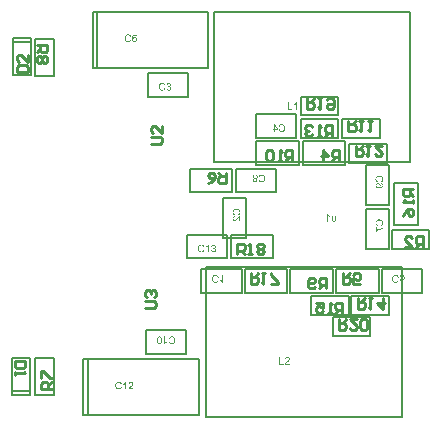
<source format=gm1>
G04*
G04 #@! TF.GenerationSoftware,Altium Limited,Altium Designer,20.0.13 (296)*
G04*
G04 Layer_Color=16711935*
%FSLAX44Y44*%
%MOMM*%
G71*
G01*
G75*
%ADD12C,0.2000*%
%ADD31C,0.2540*%
G36*
X265964Y116428D02*
X266042Y116418D01*
X266130Y116408D01*
X266227Y116398D01*
X266335Y116369D01*
X266569Y116311D01*
X266813Y116223D01*
X266939Y116164D01*
X267057Y116096D01*
X267164Y116008D01*
X267271Y115920D01*
X267281Y115911D01*
X267290Y115901D01*
X267320Y115872D01*
X267359Y115833D01*
X267398Y115774D01*
X267447Y115716D01*
X267544Y115569D01*
X267642Y115384D01*
X267729Y115169D01*
X267798Y114926D01*
X267808Y114789D01*
X267817Y114653D01*
Y114633D01*
Y114584D01*
X267808Y114506D01*
X267798Y114409D01*
X267778Y114292D01*
X267749Y114165D01*
X267710Y114028D01*
X267651Y113892D01*
X267642Y113872D01*
X267622Y113823D01*
X267583Y113755D01*
X267525Y113658D01*
X267456Y113540D01*
X267369Y113404D01*
X267251Y113267D01*
X267125Y113111D01*
X267105Y113092D01*
X267057Y113033D01*
X266969Y112946D01*
X266910Y112887D01*
X266842Y112819D01*
X266764Y112741D01*
X266666Y112653D01*
X266569Y112565D01*
X266462Y112458D01*
X266345Y112351D01*
X266208Y112234D01*
X266071Y112116D01*
X265915Y111980D01*
X265905Y111970D01*
X265886Y111951D01*
X265847Y111921D01*
X265798Y111882D01*
X265681Y111785D01*
X265535Y111658D01*
X265389Y111522D01*
X265233Y111385D01*
X265106Y111268D01*
X265057Y111219D01*
X265008Y111170D01*
X264998Y111161D01*
X264979Y111131D01*
X264940Y111092D01*
X264891Y111034D01*
X264784Y110907D01*
X264677Y110751D01*
X267827D01*
Y110000D01*
X263584D01*
Y110010D01*
Y110049D01*
Y110107D01*
X263594Y110176D01*
X263604Y110254D01*
X263613Y110341D01*
X263643Y110439D01*
X263672Y110536D01*
Y110546D01*
X263682Y110556D01*
X263701Y110615D01*
X263740Y110693D01*
X263799Y110809D01*
X263867Y110936D01*
X263965Y111083D01*
X264062Y111229D01*
X264189Y111385D01*
Y111395D01*
X264208Y111404D01*
X264257Y111463D01*
X264335Y111551D01*
X264452Y111668D01*
X264599Y111804D01*
X264774Y111970D01*
X264989Y112156D01*
X265223Y112360D01*
X265233Y112370D01*
X265272Y112399D01*
X265320Y112438D01*
X265389Y112507D01*
X265476Y112575D01*
X265574Y112663D01*
X265788Y112848D01*
X266023Y113072D01*
X266257Y113297D01*
X266374Y113404D01*
X266471Y113511D01*
X266559Y113619D01*
X266637Y113716D01*
Y113726D01*
X266657Y113736D01*
X266676Y113765D01*
X266696Y113804D01*
X266754Y113901D01*
X266822Y114028D01*
X266891Y114174D01*
X266949Y114331D01*
X266988Y114506D01*
X267008Y114672D01*
Y114682D01*
Y114691D01*
X266998Y114750D01*
X266988Y114838D01*
X266969Y114945D01*
X266920Y115072D01*
X266861Y115199D01*
X266783Y115335D01*
X266666Y115462D01*
X266647Y115472D01*
X266608Y115511D01*
X266530Y115560D01*
X266432Y115628D01*
X266305Y115686D01*
X266159Y115735D01*
X265984Y115774D01*
X265788Y115784D01*
X265730D01*
X265691Y115774D01*
X265593Y115764D01*
X265467Y115745D01*
X265320Y115696D01*
X265164Y115638D01*
X265018Y115550D01*
X264881Y115433D01*
X264872Y115413D01*
X264833Y115374D01*
X264774Y115296D01*
X264716Y115189D01*
X264647Y115052D01*
X264599Y114896D01*
X264559Y114711D01*
X264540Y114496D01*
X263731Y114584D01*
Y114594D01*
Y114623D01*
X263740Y114672D01*
X263750Y114731D01*
X263769Y114809D01*
X263779Y114896D01*
X263838Y115091D01*
X263916Y115316D01*
X264023Y115540D01*
X264169Y115764D01*
X264247Y115862D01*
X264345Y115959D01*
X264355Y115969D01*
X264374Y115979D01*
X264403Y116008D01*
X264443Y116038D01*
X264501Y116067D01*
X264569Y116116D01*
X264647Y116154D01*
X264735Y116203D01*
X264833Y116242D01*
X264940Y116291D01*
X265067Y116330D01*
X265194Y116359D01*
X265486Y116418D01*
X265642Y116428D01*
X265808Y116437D01*
X265896D01*
X265964Y116428D01*
D02*
G37*
G36*
X259849Y110751D02*
X262999D01*
Y110000D01*
X259000D01*
Y116408D01*
X259849D01*
Y110751D01*
D02*
G37*
G36*
X123180Y95613D02*
X123258Y95603D01*
X123355Y95593D01*
X123462Y95584D01*
X123580Y95564D01*
X123833Y95506D01*
X124106Y95418D01*
X124243Y95359D01*
X124379Y95291D01*
X124506Y95213D01*
X124633Y95125D01*
X124643Y95115D01*
X124662Y95106D01*
X124691Y95077D01*
X124740Y95037D01*
X124789Y94989D01*
X124857Y94920D01*
X124926Y94852D01*
X124994Y94774D01*
X125072Y94677D01*
X125140Y94579D01*
X125218Y94462D01*
X125296Y94335D01*
X125365Y94208D01*
X125433Y94062D01*
X125550Y93750D01*
X124711Y93555D01*
Y93565D01*
X124701Y93584D01*
X124691Y93623D01*
X124672Y93672D01*
X124643Y93730D01*
X124613Y93799D01*
X124545Y93945D01*
X124457Y94111D01*
X124340Y94286D01*
X124213Y94443D01*
X124058Y94579D01*
X124038Y94589D01*
X123980Y94628D01*
X123892Y94677D01*
X123765Y94745D01*
X123619Y94803D01*
X123433Y94852D01*
X123228Y94891D01*
X122994Y94901D01*
X122926D01*
X122877Y94891D01*
X122809D01*
X122741Y94881D01*
X122565Y94852D01*
X122370Y94813D01*
X122165Y94745D01*
X121960Y94657D01*
X121765Y94540D01*
X121756D01*
X121746Y94521D01*
X121687Y94472D01*
X121600Y94394D01*
X121492Y94286D01*
X121385Y94150D01*
X121268Y93994D01*
X121161Y93799D01*
X121073Y93584D01*
Y93574D01*
X121063Y93555D01*
X121053Y93526D01*
X121044Y93477D01*
X121024Y93428D01*
X121014Y93360D01*
X120975Y93204D01*
X120936Y93019D01*
X120907Y92814D01*
X120888Y92589D01*
X120878Y92355D01*
Y92346D01*
Y92316D01*
Y92277D01*
Y92219D01*
X120888Y92150D01*
Y92063D01*
X120897Y91975D01*
X120907Y91877D01*
X120936Y91653D01*
X120975Y91409D01*
X121034Y91165D01*
X121112Y90931D01*
Y90921D01*
X121122Y90902D01*
X121141Y90873D01*
X121161Y90834D01*
X121209Y90717D01*
X121287Y90590D01*
X121395Y90434D01*
X121522Y90288D01*
X121668Y90141D01*
X121843Y90014D01*
X121853D01*
X121863Y90005D01*
X121892Y89985D01*
X121931Y89966D01*
X122038Y89927D01*
X122175Y89868D01*
X122331Y89819D01*
X122516Y89770D01*
X122721Y89732D01*
X122936Y89722D01*
X123004D01*
X123053Y89732D01*
X123111D01*
X123189Y89741D01*
X123355Y89770D01*
X123540Y89819D01*
X123745Y89897D01*
X123940Y89995D01*
X124136Y90131D01*
X124145Y90141D01*
X124155Y90151D01*
X124213Y90209D01*
X124301Y90307D01*
X124409Y90434D01*
X124516Y90609D01*
X124633Y90814D01*
X124731Y91068D01*
X124809Y91351D01*
X125657Y91136D01*
Y91126D01*
X125647Y91087D01*
X125628Y91039D01*
X125608Y90961D01*
X125569Y90882D01*
X125530Y90775D01*
X125491Y90668D01*
X125433Y90551D01*
X125306Y90288D01*
X125130Y90024D01*
X124935Y89770D01*
X124818Y89654D01*
X124691Y89546D01*
X124682Y89536D01*
X124662Y89527D01*
X124623Y89497D01*
X124565Y89458D01*
X124496Y89419D01*
X124418Y89371D01*
X124331Y89322D01*
X124223Y89273D01*
X124106Y89224D01*
X123980Y89176D01*
X123833Y89127D01*
X123687Y89088D01*
X123365Y89019D01*
X123189Y89010D01*
X123004Y89000D01*
X122907D01*
X122829Y89010D01*
X122741D01*
X122643Y89019D01*
X122526Y89039D01*
X122409Y89049D01*
X122136Y89107D01*
X121853Y89176D01*
X121580Y89283D01*
X121444Y89341D01*
X121317Y89419D01*
X121307Y89429D01*
X121287Y89439D01*
X121258Y89468D01*
X121209Y89497D01*
X121092Y89595D01*
X120956Y89732D01*
X120790Y89897D01*
X120634Y90112D01*
X120468Y90356D01*
X120332Y90639D01*
Y90648D01*
X120322Y90678D01*
X120302Y90717D01*
X120283Y90775D01*
X120254Y90853D01*
X120224Y90941D01*
X120195Y91039D01*
X120166Y91156D01*
X120136Y91273D01*
X120107Y91409D01*
X120049Y91702D01*
X120010Y92014D01*
X120000Y92355D01*
Y92365D01*
Y92404D01*
Y92453D01*
X120010Y92521D01*
Y92609D01*
X120020Y92716D01*
X120029Y92823D01*
X120049Y92950D01*
X120098Y93223D01*
X120156Y93516D01*
X120254Y93818D01*
X120380Y94101D01*
Y94111D01*
X120400Y94130D01*
X120419Y94169D01*
X120449Y94228D01*
X120488Y94286D01*
X120536Y94355D01*
X120663Y94521D01*
X120809Y94706D01*
X120995Y94891D01*
X121219Y95077D01*
X121463Y95233D01*
X121473D01*
X121492Y95252D01*
X121531Y95272D01*
X121590Y95291D01*
X121648Y95320D01*
X121726Y95359D01*
X121824Y95389D01*
X121921Y95428D01*
X122029Y95467D01*
X122146Y95496D01*
X122409Y95564D01*
X122702Y95603D01*
X123014Y95623D01*
X123111D01*
X123180Y95613D01*
D02*
G37*
G36*
X133626Y95535D02*
X133704Y95525D01*
X133792Y95515D01*
X133889Y95506D01*
X133996Y95476D01*
X134230Y95418D01*
X134474Y95330D01*
X134601Y95272D01*
X134718Y95203D01*
X134825Y95115D01*
X134933Y95028D01*
X134943Y95018D01*
X134952Y95008D01*
X134981Y94979D01*
X135021Y94940D01*
X135059Y94881D01*
X135108Y94823D01*
X135206Y94677D01*
X135303Y94491D01*
X135391Y94277D01*
X135459Y94033D01*
X135469Y93896D01*
X135479Y93760D01*
Y93740D01*
Y93692D01*
X135469Y93614D01*
X135459Y93516D01*
X135440Y93399D01*
X135411Y93272D01*
X135372Y93135D01*
X135313Y92999D01*
X135303Y92979D01*
X135284Y92931D01*
X135245Y92862D01*
X135186Y92765D01*
X135118Y92648D01*
X135030Y92511D01*
X134913Y92375D01*
X134786Y92219D01*
X134767Y92199D01*
X134718Y92141D01*
X134630Y92053D01*
X134572Y91994D01*
X134504Y91926D01*
X134426Y91848D01*
X134328Y91760D01*
X134230Y91672D01*
X134123Y91565D01*
X134006Y91458D01*
X133870Y91341D01*
X133733Y91224D01*
X133577Y91087D01*
X133567Y91077D01*
X133548Y91058D01*
X133509Y91029D01*
X133460Y90990D01*
X133343Y90892D01*
X133197Y90765D01*
X133050Y90629D01*
X132894Y90492D01*
X132767Y90375D01*
X132719Y90326D01*
X132670Y90278D01*
X132660Y90268D01*
X132641Y90239D01*
X132602Y90200D01*
X132553Y90141D01*
X132446Y90014D01*
X132338Y89858D01*
X135489D01*
Y89107D01*
X131246D01*
Y89117D01*
Y89156D01*
Y89215D01*
X131256Y89283D01*
X131265Y89361D01*
X131275Y89449D01*
X131304Y89546D01*
X131334Y89644D01*
Y89654D01*
X131343Y89663D01*
X131363Y89722D01*
X131402Y89800D01*
X131461Y89917D01*
X131529Y90044D01*
X131626Y90190D01*
X131724Y90336D01*
X131851Y90492D01*
Y90502D01*
X131870Y90512D01*
X131919Y90570D01*
X131997Y90658D01*
X132114Y90775D01*
X132260Y90912D01*
X132436Y91077D01*
X132650Y91263D01*
X132885Y91468D01*
X132894Y91477D01*
X132933Y91507D01*
X132982Y91546D01*
X133050Y91614D01*
X133138Y91682D01*
X133236Y91770D01*
X133450Y91955D01*
X133684Y92180D01*
X133918Y92404D01*
X134035Y92511D01*
X134133Y92619D01*
X134221Y92726D01*
X134299Y92823D01*
Y92833D01*
X134318Y92843D01*
X134338Y92872D01*
X134357Y92911D01*
X134416Y93009D01*
X134484Y93135D01*
X134552Y93282D01*
X134611Y93438D01*
X134650Y93614D01*
X134669Y93779D01*
Y93789D01*
Y93799D01*
X134660Y93857D01*
X134650Y93945D01*
X134630Y94052D01*
X134582Y94179D01*
X134523Y94306D01*
X134445Y94443D01*
X134328Y94569D01*
X134309Y94579D01*
X134270Y94618D01*
X134192Y94667D01*
X134094Y94735D01*
X133967Y94794D01*
X133821Y94842D01*
X133645Y94881D01*
X133450Y94891D01*
X133392D01*
X133353Y94881D01*
X133255Y94872D01*
X133128Y94852D01*
X132982Y94803D01*
X132826Y94745D01*
X132680Y94657D01*
X132543Y94540D01*
X132533Y94521D01*
X132494Y94481D01*
X132436Y94403D01*
X132377Y94296D01*
X132309Y94160D01*
X132260Y94004D01*
X132221Y93818D01*
X132202Y93604D01*
X131392Y93692D01*
Y93701D01*
Y93730D01*
X131402Y93779D01*
X131412Y93838D01*
X131431Y93916D01*
X131441Y94004D01*
X131500Y94199D01*
X131578Y94423D01*
X131685Y94647D01*
X131831Y94872D01*
X131909Y94969D01*
X132007Y95067D01*
X132016Y95077D01*
X132036Y95086D01*
X132065Y95115D01*
X132104Y95145D01*
X132163Y95174D01*
X132231Y95223D01*
X132309Y95262D01*
X132397Y95311D01*
X132494Y95350D01*
X132602Y95398D01*
X132728Y95437D01*
X132855Y95467D01*
X133148Y95525D01*
X133304Y95535D01*
X133470Y95545D01*
X133558D01*
X133626Y95535D01*
D02*
G37*
G36*
X129344Y89107D02*
X128554D01*
Y94121D01*
X128544Y94111D01*
X128505Y94072D01*
X128437Y94023D01*
X128349Y93955D01*
X128242Y93867D01*
X128115Y93779D01*
X127969Y93672D01*
X127803Y93574D01*
X127793D01*
X127783Y93565D01*
X127725Y93526D01*
X127637Y93477D01*
X127530Y93418D01*
X127403Y93350D01*
X127266Y93292D01*
X127120Y93223D01*
X126984Y93165D01*
Y93935D01*
X126993D01*
X127013Y93945D01*
X127052Y93965D01*
X127091Y93994D01*
X127149Y94023D01*
X127218Y94052D01*
X127374Y94140D01*
X127549Y94247D01*
X127744Y94374D01*
X127939Y94521D01*
X128125Y94677D01*
X128134Y94686D01*
X128144Y94696D01*
X128203Y94755D01*
X128291Y94842D01*
X128398Y94950D01*
X128515Y95086D01*
X128632Y95233D01*
X128739Y95389D01*
X128827Y95545D01*
X129344D01*
Y89107D01*
D02*
G37*
G36*
X193180Y211613D02*
X193258Y211603D01*
X193355Y211593D01*
X193463Y211584D01*
X193580Y211564D01*
X193833Y211506D01*
X194106Y211418D01*
X194243Y211359D01*
X194379Y211291D01*
X194506Y211213D01*
X194633Y211125D01*
X194643Y211115D01*
X194662Y211106D01*
X194692Y211077D01*
X194740Y211038D01*
X194789Y210989D01*
X194857Y210921D01*
X194925Y210852D01*
X194994Y210774D01*
X195072Y210677D01*
X195140Y210579D01*
X195218Y210462D01*
X195296Y210335D01*
X195364Y210208D01*
X195433Y210062D01*
X195550Y209750D01*
X194711Y209555D01*
Y209565D01*
X194701Y209584D01*
X194692Y209623D01*
X194672Y209672D01*
X194643Y209730D01*
X194613Y209799D01*
X194545Y209945D01*
X194457Y210111D01*
X194340Y210287D01*
X194214Y210443D01*
X194058Y210579D01*
X194038Y210589D01*
X193979Y210628D01*
X193892Y210677D01*
X193765Y210745D01*
X193619Y210803D01*
X193433Y210852D01*
X193228Y210891D01*
X192994Y210901D01*
X192926D01*
X192877Y210891D01*
X192809D01*
X192741Y210881D01*
X192565Y210852D01*
X192370Y210813D01*
X192165Y210745D01*
X191960Y210657D01*
X191765Y210540D01*
X191756D01*
X191746Y210521D01*
X191687Y210472D01*
X191600Y210394D01*
X191492Y210287D01*
X191385Y210150D01*
X191268Y209994D01*
X191161Y209799D01*
X191073Y209584D01*
Y209575D01*
X191063Y209555D01*
X191053Y209526D01*
X191044Y209477D01*
X191024Y209428D01*
X191014Y209360D01*
X190975Y209204D01*
X190936Y209018D01*
X190907Y208814D01*
X190888Y208589D01*
X190878Y208355D01*
Y208346D01*
Y208316D01*
Y208277D01*
Y208219D01*
X190888Y208150D01*
Y208063D01*
X190897Y207975D01*
X190907Y207877D01*
X190936Y207653D01*
X190975Y207409D01*
X191034Y207165D01*
X191112Y206931D01*
Y206922D01*
X191122Y206902D01*
X191141Y206873D01*
X191161Y206834D01*
X191209Y206717D01*
X191287Y206590D01*
X191395Y206434D01*
X191521Y206287D01*
X191668Y206141D01*
X191843Y206014D01*
X191853D01*
X191863Y206005D01*
X191892Y205985D01*
X191931Y205966D01*
X192038Y205927D01*
X192175Y205868D01*
X192331Y205819D01*
X192516Y205771D01*
X192721Y205732D01*
X192936Y205722D01*
X193004D01*
X193053Y205732D01*
X193111D01*
X193189Y205741D01*
X193355Y205771D01*
X193540Y205819D01*
X193745Y205897D01*
X193940Y205995D01*
X194135Y206131D01*
X194145Y206141D01*
X194155Y206151D01*
X194214Y206210D01*
X194301Y206307D01*
X194409Y206434D01*
X194516Y206609D01*
X194633Y206814D01*
X194730Y207068D01*
X194809Y207351D01*
X195657Y207136D01*
Y207126D01*
X195647Y207087D01*
X195628Y207038D01*
X195608Y206961D01*
X195569Y206882D01*
X195530Y206775D01*
X195491Y206668D01*
X195433Y206551D01*
X195306Y206287D01*
X195130Y206024D01*
X194935Y205771D01*
X194818Y205653D01*
X194692Y205546D01*
X194682Y205536D01*
X194662Y205527D01*
X194623Y205497D01*
X194565Y205458D01*
X194496Y205419D01*
X194418Y205371D01*
X194331Y205322D01*
X194223Y205273D01*
X194106Y205224D01*
X193979Y205176D01*
X193833Y205127D01*
X193687Y205088D01*
X193365Y205019D01*
X193189Y205010D01*
X193004Y205000D01*
X192906D01*
X192829Y205010D01*
X192741D01*
X192643Y205019D01*
X192526Y205039D01*
X192409Y205049D01*
X192136Y205107D01*
X191853Y205176D01*
X191580Y205283D01*
X191444Y205341D01*
X191317Y205419D01*
X191307Y205429D01*
X191287Y205439D01*
X191258Y205468D01*
X191209Y205497D01*
X191092Y205595D01*
X190956Y205732D01*
X190790Y205897D01*
X190634Y206112D01*
X190468Y206356D01*
X190332Y206639D01*
Y206648D01*
X190322Y206678D01*
X190302Y206717D01*
X190283Y206775D01*
X190254Y206853D01*
X190224Y206941D01*
X190195Y207038D01*
X190166Y207156D01*
X190137Y207273D01*
X190107Y207409D01*
X190049Y207702D01*
X190010Y208014D01*
X190000Y208355D01*
Y208365D01*
Y208404D01*
Y208453D01*
X190010Y208521D01*
Y208609D01*
X190019Y208716D01*
X190029Y208823D01*
X190049Y208950D01*
X190098Y209223D01*
X190156Y209516D01*
X190254Y209818D01*
X190380Y210101D01*
Y210111D01*
X190400Y210130D01*
X190419Y210169D01*
X190449Y210228D01*
X190488Y210287D01*
X190536Y210355D01*
X190663Y210521D01*
X190809Y210706D01*
X190995Y210891D01*
X191219Y211077D01*
X191463Y211233D01*
X191473D01*
X191492Y211252D01*
X191531Y211272D01*
X191590Y211291D01*
X191648Y211320D01*
X191726Y211359D01*
X191824Y211389D01*
X191921Y211428D01*
X192029Y211467D01*
X192146Y211496D01*
X192409Y211564D01*
X192702Y211603D01*
X193014Y211623D01*
X193111D01*
X193180Y211613D01*
D02*
G37*
G36*
X203548Y211535D02*
X203675Y211515D01*
X203821Y211486D01*
X203987Y211447D01*
X204152Y211389D01*
X204318Y211311D01*
X204328D01*
X204338Y211301D01*
X204396Y211272D01*
X204474Y211223D01*
X204572Y211154D01*
X204679Y211067D01*
X204796Y210959D01*
X204904Y210833D01*
X205001Y210696D01*
X205011Y210677D01*
X205040Y210628D01*
X205079Y210550D01*
X205118Y210452D01*
X205157Y210326D01*
X205196Y210189D01*
X205225Y210043D01*
X205235Y209877D01*
Y209857D01*
Y209809D01*
X205225Y209730D01*
X205206Y209633D01*
X205177Y209516D01*
X205138Y209389D01*
X205089Y209253D01*
X205011Y209126D01*
X205001Y209106D01*
X204972Y209067D01*
X204913Y209009D01*
X204845Y208931D01*
X204747Y208843D01*
X204640Y208755D01*
X204504Y208658D01*
X204347Y208580D01*
X204357D01*
X204377Y208570D01*
X204406D01*
X204445Y208550D01*
X204543Y208521D01*
X204669Y208463D01*
X204806Y208394D01*
X204952Y208297D01*
X205098Y208180D01*
X205225Y208033D01*
X205235Y208014D01*
X205274Y207955D01*
X205323Y207868D01*
X205391Y207750D01*
X205450Y207604D01*
X205498Y207429D01*
X205537Y207224D01*
X205547Y206999D01*
Y206990D01*
Y206961D01*
Y206922D01*
X205537Y206863D01*
X205528Y206785D01*
X205518Y206707D01*
X205498Y206609D01*
X205469Y206512D01*
X205401Y206287D01*
X205352Y206161D01*
X205284Y206044D01*
X205216Y205927D01*
X205138Y205810D01*
X205040Y205693D01*
X204933Y205576D01*
X204923Y205566D01*
X204904Y205546D01*
X204874Y205527D01*
X204825Y205488D01*
X204767Y205439D01*
X204689Y205390D01*
X204601Y205341D01*
X204513Y205293D01*
X204406Y205234D01*
X204289Y205185D01*
X204162Y205137D01*
X204026Y205088D01*
X203879Y205049D01*
X203723Y205029D01*
X203557Y205010D01*
X203392Y205000D01*
X203314D01*
X203255Y205010D01*
X203177Y205019D01*
X203099Y205029D01*
X203001Y205039D01*
X202904Y205058D01*
X202680Y205117D01*
X202446Y205215D01*
X202328Y205263D01*
X202221Y205332D01*
X202104Y205410D01*
X201997Y205497D01*
X201987Y205507D01*
X201977Y205517D01*
X201948Y205546D01*
X201909Y205585D01*
X201870Y205644D01*
X201821Y205702D01*
X201763Y205771D01*
X201714Y205849D01*
X201597Y206044D01*
X201500Y206268D01*
X201412Y206522D01*
X201382Y206658D01*
X201363Y206804D01*
X202153Y206912D01*
Y206902D01*
X202163Y206882D01*
Y206843D01*
X202182Y206804D01*
X202211Y206687D01*
X202260Y206541D01*
X202319Y206385D01*
X202397Y206219D01*
X202494Y206073D01*
X202602Y205946D01*
X202621Y205936D01*
X202660Y205897D01*
X202728Y205858D01*
X202826Y205800D01*
X202933Y205751D01*
X203070Y205702D01*
X203226Y205663D01*
X203392Y205653D01*
X203450D01*
X203489Y205663D01*
X203587Y205673D01*
X203713Y205702D01*
X203870Y205751D01*
X204026Y205810D01*
X204182Y205907D01*
X204328Y206034D01*
X204347Y206053D01*
X204387Y206102D01*
X204445Y206180D01*
X204523Y206297D01*
X204591Y206434D01*
X204650Y206600D01*
X204689Y206785D01*
X204708Y206990D01*
Y206999D01*
Y207009D01*
Y207038D01*
X204699Y207078D01*
X204689Y207175D01*
X204660Y207302D01*
X204621Y207438D01*
X204552Y207595D01*
X204465Y207741D01*
X204347Y207877D01*
X204328Y207897D01*
X204289Y207936D01*
X204211Y207985D01*
X204104Y208053D01*
X203977Y208121D01*
X203821Y208170D01*
X203655Y208209D01*
X203460Y208228D01*
X203372D01*
X203304Y208219D01*
X203226Y208209D01*
X203128Y208199D01*
X203021Y208180D01*
X202904Y208150D01*
X202992Y208843D01*
X203041D01*
X203080Y208833D01*
X203206D01*
X203294Y208843D01*
X203421Y208862D01*
X203557Y208892D01*
X203704Y208941D01*
X203860Y208999D01*
X204016Y209087D01*
X204035Y209097D01*
X204084Y209135D01*
X204143Y209204D01*
X204221Y209292D01*
X204299Y209399D01*
X204357Y209535D01*
X204406Y209701D01*
X204426Y209896D01*
Y209906D01*
Y209916D01*
Y209965D01*
X204406Y210043D01*
X204387Y210150D01*
X204357Y210257D01*
X204299Y210374D01*
X204230Y210501D01*
X204133Y210608D01*
X204123Y210618D01*
X204084Y210657D01*
X204016Y210706D01*
X203928Y210755D01*
X203821Y210813D01*
X203694Y210852D01*
X203548Y210891D01*
X203382Y210901D01*
X203304D01*
X203216Y210881D01*
X203119Y210862D01*
X202992Y210833D01*
X202865Y210774D01*
X202738Y210706D01*
X202611Y210608D01*
X202602Y210599D01*
X202563Y210560D01*
X202514Y210491D01*
X202455Y210394D01*
X202387Y210277D01*
X202328Y210130D01*
X202270Y209955D01*
X202231Y209750D01*
X201441Y209887D01*
Y209896D01*
X201451Y209926D01*
X201460Y209965D01*
X201470Y210013D01*
X201490Y210082D01*
X201509Y210160D01*
X201577Y210335D01*
X201656Y210530D01*
X201773Y210735D01*
X201909Y210930D01*
X202085Y211106D01*
X202094Y211115D01*
X202104Y211125D01*
X202134Y211145D01*
X202182Y211174D01*
X202231Y211203D01*
X202290Y211242D01*
X202436Y211330D01*
X202621Y211408D01*
X202845Y211476D01*
X203089Y211525D01*
X203226Y211545D01*
X203450D01*
X203548Y211535D01*
D02*
G37*
G36*
X199344Y205107D02*
X198554D01*
Y210121D01*
X198544Y210111D01*
X198505Y210072D01*
X198437Y210023D01*
X198349Y209955D01*
X198242Y209867D01*
X198115Y209779D01*
X197969Y209672D01*
X197803Y209575D01*
X197793D01*
X197783Y209565D01*
X197725Y209526D01*
X197637Y209477D01*
X197530Y209418D01*
X197403Y209350D01*
X197266Y209292D01*
X197120Y209223D01*
X196984Y209165D01*
Y209935D01*
X196993D01*
X197013Y209945D01*
X197052Y209965D01*
X197091Y209994D01*
X197149Y210023D01*
X197218Y210052D01*
X197374Y210140D01*
X197549Y210247D01*
X197744Y210374D01*
X197939Y210521D01*
X198125Y210677D01*
X198134Y210686D01*
X198144Y210696D01*
X198203Y210755D01*
X198291Y210842D01*
X198398Y210950D01*
X198515Y211086D01*
X198632Y211233D01*
X198739Y211389D01*
X198827Y211545D01*
X199344D01*
Y205107D01*
D02*
G37*
G36*
X168171Y133990D02*
X168259D01*
X168357Y133980D01*
X168474Y133961D01*
X168591Y133951D01*
X168864Y133893D01*
X169147Y133824D01*
X169420Y133717D01*
X169557Y133659D01*
X169683Y133581D01*
X169693Y133571D01*
X169713Y133561D01*
X169742Y133532D01*
X169790Y133503D01*
X169908Y133405D01*
X170044Y133268D01*
X170210Y133103D01*
X170366Y132888D01*
X170532Y132644D01*
X170668Y132361D01*
Y132352D01*
X170678Y132322D01*
X170698Y132283D01*
X170717Y132225D01*
X170746Y132147D01*
X170776Y132059D01*
X170805Y131961D01*
X170834Y131844D01*
X170863Y131727D01*
X170893Y131591D01*
X170951Y131298D01*
X170990Y130986D01*
X171000Y130645D01*
Y130635D01*
Y130596D01*
Y130547D01*
X170990Y130479D01*
Y130391D01*
X170980Y130284D01*
X170971Y130176D01*
X170951Y130050D01*
X170903Y129777D01*
X170844Y129484D01*
X170746Y129182D01*
X170620Y128899D01*
Y128889D01*
X170600Y128869D01*
X170581Y128830D01*
X170551Y128772D01*
X170512Y128714D01*
X170464Y128645D01*
X170337Y128479D01*
X170190Y128294D01*
X170005Y128109D01*
X169781Y127923D01*
X169537Y127767D01*
X169527D01*
X169508Y127748D01*
X169469Y127728D01*
X169410Y127709D01*
X169352Y127680D01*
X169274Y127641D01*
X169176Y127611D01*
X169079Y127572D01*
X168971Y127533D01*
X168854Y127504D01*
X168591Y127436D01*
X168298Y127397D01*
X167986Y127377D01*
X167889D01*
X167820Y127387D01*
X167742Y127397D01*
X167645Y127407D01*
X167537Y127416D01*
X167420Y127436D01*
X167167Y127494D01*
X166894Y127582D01*
X166757Y127641D01*
X166621Y127709D01*
X166494Y127787D01*
X166367Y127875D01*
X166357Y127884D01*
X166338Y127894D01*
X166308Y127923D01*
X166260Y127963D01*
X166211Y128011D01*
X166143Y128080D01*
X166074Y128148D01*
X166006Y128226D01*
X165928Y128323D01*
X165860Y128421D01*
X165782Y128538D01*
X165704Y128665D01*
X165636Y128792D01*
X165567Y128938D01*
X165450Y129250D01*
X166289Y129445D01*
Y129435D01*
X166299Y129416D01*
X166308Y129377D01*
X166328Y129328D01*
X166357Y129269D01*
X166387Y129201D01*
X166455Y129055D01*
X166543Y128889D01*
X166660Y128714D01*
X166786Y128557D01*
X166943Y128421D01*
X166962Y128411D01*
X167020Y128372D01*
X167108Y128323D01*
X167235Y128255D01*
X167381Y128196D01*
X167567Y128148D01*
X167771Y128109D01*
X168006Y128099D01*
X168074D01*
X168123Y128109D01*
X168191D01*
X168259Y128118D01*
X168435Y128148D01*
X168630Y128187D01*
X168835Y128255D01*
X169039Y128343D01*
X169235Y128460D01*
X169244D01*
X169254Y128479D01*
X169313Y128528D01*
X169400Y128606D01*
X169508Y128714D01*
X169615Y128850D01*
X169732Y129006D01*
X169839Y129201D01*
X169927Y129416D01*
Y129425D01*
X169937Y129445D01*
X169947Y129474D01*
X169956Y129523D01*
X169976Y129572D01*
X169986Y129640D01*
X170025Y129796D01*
X170064Y129981D01*
X170093Y130186D01*
X170112Y130411D01*
X170122Y130645D01*
Y130654D01*
Y130684D01*
Y130723D01*
Y130781D01*
X170112Y130850D01*
Y130937D01*
X170103Y131025D01*
X170093Y131123D01*
X170064Y131347D01*
X170025Y131591D01*
X169966Y131835D01*
X169888Y132069D01*
Y132079D01*
X169878Y132098D01*
X169859Y132127D01*
X169839Y132166D01*
X169790Y132283D01*
X169713Y132410D01*
X169605Y132566D01*
X169478Y132712D01*
X169332Y132859D01*
X169157Y132986D01*
X169147D01*
X169137Y132995D01*
X169108Y133015D01*
X169069Y133034D01*
X168962Y133073D01*
X168825Y133132D01*
X168669Y133181D01*
X168484Y133229D01*
X168279Y133268D01*
X168064Y133278D01*
X167996D01*
X167947Y133268D01*
X167889D01*
X167811Y133259D01*
X167645Y133229D01*
X167459Y133181D01*
X167255Y133103D01*
X167059Y133005D01*
X166864Y132868D01*
X166855Y132859D01*
X166845Y132849D01*
X166786Y132790D01*
X166699Y132693D01*
X166591Y132566D01*
X166484Y132391D01*
X166367Y132186D01*
X166269Y131932D01*
X166192Y131649D01*
X165343Y131864D01*
Y131874D01*
X165353Y131913D01*
X165372Y131961D01*
X165392Y132039D01*
X165431Y132118D01*
X165470Y132225D01*
X165509Y132332D01*
X165567Y132449D01*
X165694Y132712D01*
X165870Y132976D01*
X166065Y133229D01*
X166182Y133346D01*
X166308Y133454D01*
X166318Y133463D01*
X166338Y133473D01*
X166377Y133503D01*
X166435Y133541D01*
X166504Y133581D01*
X166582Y133629D01*
X166669Y133678D01*
X166777Y133727D01*
X166894Y133776D01*
X167020Y133824D01*
X167167Y133873D01*
X167313Y133912D01*
X167635Y133980D01*
X167811Y133990D01*
X167996Y134000D01*
X168093D01*
X168171Y133990D01*
D02*
G37*
G36*
X162446Y128879D02*
X162456Y128889D01*
X162495Y128928D01*
X162563Y128977D01*
X162651Y129045D01*
X162758Y129133D01*
X162885Y129221D01*
X163031Y129328D01*
X163197Y129425D01*
X163207D01*
X163217Y129435D01*
X163275Y129474D01*
X163363Y129523D01*
X163470Y129582D01*
X163597Y129650D01*
X163734Y129708D01*
X163880Y129777D01*
X164016Y129835D01*
Y129065D01*
X164007D01*
X163987Y129055D01*
X163948Y129035D01*
X163909Y129006D01*
X163851Y128977D01*
X163782Y128948D01*
X163626Y128860D01*
X163451Y128752D01*
X163256Y128626D01*
X163061Y128479D01*
X162875Y128323D01*
X162866Y128314D01*
X162856Y128304D01*
X162797Y128245D01*
X162709Y128158D01*
X162602Y128050D01*
X162485Y127914D01*
X162368Y127767D01*
X162261Y127611D01*
X162173Y127455D01*
X161656D01*
Y133893D01*
X162446D01*
Y128879D01*
D02*
G37*
G36*
X157716Y133990D02*
X157794Y133980D01*
X157881Y133961D01*
X157979Y133941D01*
X158086Y133922D01*
X158320Y133844D01*
X158447Y133785D01*
X158564Y133727D01*
X158691Y133649D01*
X158808Y133561D01*
X158915Y133463D01*
X159023Y133346D01*
X159032Y133337D01*
X159052Y133307D01*
X159081Y133259D01*
X159120Y133190D01*
X159169Y133103D01*
X159218Y132995D01*
X159276Y132868D01*
X159335Y132712D01*
X159393Y132547D01*
X159452Y132352D01*
X159501Y132137D01*
X159549Y131903D01*
X159588Y131640D01*
X159618Y131367D01*
X159637Y131054D01*
X159647Y130732D01*
Y130723D01*
Y130684D01*
Y130625D01*
Y130547D01*
X159637Y130450D01*
Y130342D01*
X159627Y130216D01*
X159618Y130079D01*
X159588Y129786D01*
X159549Y129484D01*
X159501Y129182D01*
X159461Y129045D01*
X159423Y128909D01*
Y128899D01*
X159413Y128879D01*
X159393Y128840D01*
X159374Y128792D01*
X159354Y128733D01*
X159325Y128665D01*
X159247Y128509D01*
X159149Y128333D01*
X159032Y128158D01*
X158896Y127992D01*
X158730Y127836D01*
X158720D01*
X158710Y127816D01*
X158681Y127797D01*
X158642Y127777D01*
X158545Y127719D01*
X158408Y127641D01*
X158242Y127572D01*
X158038Y127514D01*
X157813Y127475D01*
X157559Y127455D01*
X157472D01*
X157374Y127465D01*
X157257Y127485D01*
X157121Y127504D01*
X156965Y127543D01*
X156809Y127602D01*
X156662Y127670D01*
X156643Y127680D01*
X156594Y127709D01*
X156526Y127758D01*
X156428Y127816D01*
X156331Y127904D01*
X156223Y128011D01*
X156116Y128128D01*
X156018Y128265D01*
X156009Y128284D01*
X155979Y128333D01*
X155931Y128421D01*
X155872Y128528D01*
X155814Y128665D01*
X155745Y128830D01*
X155677Y129016D01*
X155619Y129221D01*
Y129230D01*
X155609Y129250D01*
Y129279D01*
X155599Y129328D01*
X155580Y129377D01*
X155570Y129445D01*
X155560Y129533D01*
X155541Y129621D01*
X155531Y129728D01*
X155521Y129835D01*
X155501Y129962D01*
X155492Y130098D01*
X155482Y130245D01*
Y130391D01*
X155472Y130732D01*
Y130742D01*
Y130781D01*
Y130840D01*
Y130918D01*
X155482Y131015D01*
Y131123D01*
X155492Y131249D01*
X155501Y131386D01*
X155531Y131679D01*
X155570Y131981D01*
X155628Y132283D01*
X155667Y132420D01*
X155706Y132556D01*
Y132566D01*
X155716Y132586D01*
X155726Y132625D01*
X155745Y132673D01*
X155775Y132732D01*
X155804Y132790D01*
X155882Y132947D01*
X155979Y133122D01*
X156096Y133298D01*
X156233Y133473D01*
X156399Y133629D01*
X156409D01*
X156418Y133649D01*
X156448Y133659D01*
X156477Y133688D01*
X156584Y133746D01*
X156711Y133815D01*
X156887Y133883D01*
X157082Y133941D01*
X157306Y133980D01*
X157559Y134000D01*
X157647D01*
X157716Y133990D01*
D02*
G37*
G36*
X222986Y241990D02*
X223298Y241951D01*
X223591Y241893D01*
X223727Y241863D01*
X223844Y241834D01*
X223962Y241805D01*
X224059Y241776D01*
X224147Y241746D01*
X224225Y241717D01*
X224283Y241698D01*
X224322Y241678D01*
X224352Y241668D01*
X224361D01*
X224644Y241532D01*
X224888Y241366D01*
X225103Y241210D01*
X225268Y241044D01*
X225405Y240908D01*
X225502Y240791D01*
X225532Y240742D01*
X225561Y240713D01*
X225571Y240693D01*
X225581Y240683D01*
X225659Y240557D01*
X225717Y240420D01*
X225824Y240147D01*
X225893Y239864D01*
X225951Y239591D01*
X225961Y239474D01*
X225980Y239357D01*
X225990Y239259D01*
Y239172D01*
X226000Y239093D01*
Y238996D01*
X225990Y238811D01*
X225980Y238635D01*
X225912Y238313D01*
X225873Y238167D01*
X225824Y238020D01*
X225776Y237894D01*
X225727Y237777D01*
X225678Y237669D01*
X225629Y237582D01*
X225581Y237504D01*
X225542Y237435D01*
X225502Y237377D01*
X225473Y237338D01*
X225464Y237318D01*
X225454Y237309D01*
X225347Y237182D01*
X225229Y237065D01*
X224976Y236870D01*
X224713Y236694D01*
X224449Y236567D01*
X224332Y236509D01*
X224225Y236470D01*
X224118Y236431D01*
X224039Y236392D01*
X223962Y236372D01*
X223913Y236353D01*
X223874Y236343D01*
X223864D01*
X223649Y237192D01*
X223932Y237269D01*
X224186Y237367D01*
X224391Y237484D01*
X224566Y237591D01*
X224693Y237699D01*
X224790Y237786D01*
X224849Y237845D01*
X224859Y237855D01*
X224869Y237864D01*
X225005Y238060D01*
X225103Y238255D01*
X225181Y238459D01*
X225229Y238645D01*
X225259Y238811D01*
X225268Y238889D01*
Y238947D01*
X225278Y238996D01*
Y239064D01*
X225268Y239279D01*
X225229Y239484D01*
X225181Y239669D01*
X225132Y239825D01*
X225073Y239961D01*
X225034Y240069D01*
X225015Y240108D01*
X224995Y240137D01*
X224986Y240147D01*
Y240157D01*
X224859Y240332D01*
X224713Y240478D01*
X224566Y240605D01*
X224410Y240713D01*
X224283Y240791D01*
X224166Y240839D01*
X224127Y240859D01*
X224098Y240878D01*
X224079Y240888D01*
X224069D01*
X223835Y240966D01*
X223591Y241025D01*
X223347Y241064D01*
X223123Y241093D01*
X223025Y241103D01*
X222937Y241112D01*
X222850D01*
X222781Y241122D01*
X222723D01*
X222684D01*
X222654D01*
X222645D01*
X222411Y241112D01*
X222186Y241093D01*
X221982Y241064D01*
X221796Y241025D01*
X221640Y240986D01*
X221572Y240976D01*
X221523Y240956D01*
X221474Y240947D01*
X221445Y240937D01*
X221425Y240927D01*
X221416D01*
X221201Y240839D01*
X221006Y240732D01*
X220850Y240615D01*
X220714Y240508D01*
X220606Y240400D01*
X220528Y240313D01*
X220479Y240254D01*
X220460Y240244D01*
Y240235D01*
X220343Y240040D01*
X220255Y239835D01*
X220187Y239630D01*
X220148Y239435D01*
X220119Y239259D01*
X220109Y239191D01*
Y239123D01*
X220099Y239074D01*
Y239006D01*
X220109Y238772D01*
X220148Y238567D01*
X220197Y238381D01*
X220255Y238235D01*
X220323Y238108D01*
X220372Y238020D01*
X220411Y237962D01*
X220421Y237943D01*
X220557Y237786D01*
X220714Y237660D01*
X220889Y237543D01*
X221055Y237455D01*
X221201Y237386D01*
X221269Y237357D01*
X221328Y237328D01*
X221377Y237309D01*
X221416Y237299D01*
X221435Y237289D01*
X221445D01*
X221250Y236450D01*
X220938Y236567D01*
X220792Y236635D01*
X220665Y236704D01*
X220538Y236782D01*
X220421Y236860D01*
X220323Y236928D01*
X220226Y237006D01*
X220148Y237074D01*
X220079Y237143D01*
X220011Y237211D01*
X219963Y237260D01*
X219923Y237309D01*
X219894Y237338D01*
X219884Y237357D01*
X219875Y237367D01*
X219787Y237494D01*
X219709Y237621D01*
X219641Y237757D01*
X219582Y237894D01*
X219494Y238167D01*
X219436Y238420D01*
X219416Y238538D01*
X219407Y238645D01*
X219397Y238742D01*
X219387Y238820D01*
X219377Y238889D01*
Y238986D01*
X219397Y239298D01*
X219436Y239591D01*
X219504Y239854D01*
X219533Y239971D01*
X219572Y240079D01*
X219611Y240176D01*
X219641Y240274D01*
X219680Y240352D01*
X219709Y240410D01*
X219728Y240469D01*
X219748Y240508D01*
X219767Y240527D01*
Y240537D01*
X219923Y240781D01*
X220109Y241005D01*
X220294Y241190D01*
X220479Y241337D01*
X220645Y241464D01*
X220714Y241512D01*
X220772Y241551D01*
X220831Y241581D01*
X220870Y241600D01*
X220889Y241620D01*
X220899D01*
X221182Y241746D01*
X221484Y241844D01*
X221777Y241903D01*
X222050Y241951D01*
X222177Y241971D01*
X222284Y241980D01*
X222391Y241990D01*
X222479D01*
X222547Y242000D01*
X222596D01*
X222635D01*
X222645D01*
X222986Y241990D01*
D02*
G37*
G36*
X225893Y231486D02*
X225142D01*
Y234636D01*
X224986Y234529D01*
X224859Y234422D01*
X224800Y234373D01*
X224761Y234334D01*
X224732Y234314D01*
X224722Y234304D01*
X224674Y234256D01*
X224625Y234207D01*
X224508Y234080D01*
X224371Y233924D01*
X224235Y233778D01*
X224108Y233631D01*
X224010Y233514D01*
X223971Y233466D01*
X223942Y233427D01*
X223923Y233407D01*
X223913Y233397D01*
X223776Y233241D01*
X223659Y233105D01*
X223542Y232968D01*
X223435Y232851D01*
X223328Y232744D01*
X223240Y232646D01*
X223152Y232549D01*
X223074Y232471D01*
X223006Y232402D01*
X222947Y232344D01*
X222859Y232256D01*
X222801Y232207D01*
X222781Y232188D01*
X222625Y232061D01*
X222489Y231944D01*
X222352Y231856D01*
X222235Y231788D01*
X222138Y231730D01*
X222069Y231690D01*
X222020Y231671D01*
X222001Y231661D01*
X221864Y231603D01*
X221728Y231564D01*
X221601Y231534D01*
X221484Y231515D01*
X221387Y231505D01*
X221308Y231495D01*
X221260D01*
X221240D01*
X221104Y231505D01*
X220967Y231515D01*
X220723Y231583D01*
X220509Y231671D01*
X220323Y231768D01*
X220177Y231866D01*
X220119Y231915D01*
X220060Y231954D01*
X220021Y231993D01*
X219992Y232022D01*
X219982Y232032D01*
X219972Y232042D01*
X219884Y232149D01*
X219797Y232256D01*
X219728Y232373D01*
X219670Y232500D01*
X219582Y232744D01*
X219524Y232978D01*
X219494Y233085D01*
X219485Y233183D01*
X219475Y233270D01*
X219465Y233349D01*
X219455Y233417D01*
Y233505D01*
X219465Y233670D01*
X219475Y233827D01*
X219533Y234119D01*
X219563Y234246D01*
X219602Y234373D01*
X219650Y234480D01*
X219689Y234578D01*
X219738Y234665D01*
X219777Y234743D01*
X219826Y234812D01*
X219855Y234870D01*
X219884Y234909D01*
X219914Y234938D01*
X219923Y234958D01*
X219933Y234968D01*
X220031Y235065D01*
X220128Y235143D01*
X220353Y235289D01*
X220577Y235397D01*
X220801Y235475D01*
X220996Y235533D01*
X221084Y235543D01*
X221162Y235563D01*
X221221Y235572D01*
X221269Y235582D01*
X221299D01*
X221308D01*
X221396Y234773D01*
X221182Y234753D01*
X220996Y234714D01*
X220840Y234665D01*
X220704Y234597D01*
X220597Y234538D01*
X220518Y234480D01*
X220479Y234441D01*
X220460Y234431D01*
X220343Y234295D01*
X220255Y234148D01*
X220197Y233992D01*
X220148Y233846D01*
X220128Y233719D01*
X220119Y233622D01*
X220109Y233583D01*
Y233524D01*
X220119Y233329D01*
X220158Y233153D01*
X220206Y233007D01*
X220265Y232880D01*
X220333Y232783D01*
X220382Y232705D01*
X220421Y232666D01*
X220431Y232646D01*
X220557Y232529D01*
X220694Y232451D01*
X220821Y232393D01*
X220948Y232344D01*
X221055Y232324D01*
X221143Y232315D01*
X221201Y232305D01*
X221211D01*
X221221D01*
X221387Y232324D01*
X221562Y232363D01*
X221718Y232422D01*
X221864Y232490D01*
X221991Y232558D01*
X222089Y232617D01*
X222128Y232637D01*
X222157Y232656D01*
X222167Y232676D01*
X222177D01*
X222274Y232754D01*
X222381Y232841D01*
X222489Y232939D01*
X222596Y233056D01*
X222820Y233290D01*
X223045Y233524D01*
X223230Y233739D01*
X223318Y233836D01*
X223386Y233924D01*
X223454Y233992D01*
X223493Y234041D01*
X223523Y234080D01*
X223532Y234090D01*
X223737Y234324D01*
X223923Y234538D01*
X224088Y234714D01*
X224225Y234860D01*
X224342Y234977D01*
X224430Y235055D01*
X224488Y235104D01*
X224498Y235124D01*
X224508D01*
X224664Y235250D01*
X224810Y235348D01*
X224956Y235446D01*
X225083Y235514D01*
X225200Y235572D01*
X225278Y235611D01*
X225337Y235631D01*
X225347Y235641D01*
X225356D01*
X225454Y235670D01*
X225551Y235699D01*
X225639Y235709D01*
X225717Y235719D01*
X225785Y235728D01*
X225844D01*
X225883D01*
X225893D01*
Y231486D01*
D02*
G37*
G36*
X261298Y313603D02*
X261591Y313564D01*
X261854Y313496D01*
X261971Y313467D01*
X262078Y313428D01*
X262176Y313389D01*
X262274Y313359D01*
X262352Y313320D01*
X262410Y313291D01*
X262469Y313272D01*
X262508Y313252D01*
X262527Y313233D01*
X262537D01*
X262781Y313076D01*
X263005Y312891D01*
X263190Y312706D01*
X263337Y312521D01*
X263464Y312355D01*
X263512Y312286D01*
X263551Y312228D01*
X263581Y312169D01*
X263600Y312130D01*
X263620Y312111D01*
Y312101D01*
X263746Y311818D01*
X263844Y311516D01*
X263902Y311223D01*
X263951Y310950D01*
X263971Y310823D01*
X263981Y310716D01*
X263990Y310609D01*
Y310521D01*
X264000Y310453D01*
Y310404D01*
Y310365D01*
Y310355D01*
X263990Y310014D01*
X263951Y309702D01*
X263893Y309409D01*
X263864Y309273D01*
X263834Y309156D01*
X263805Y309039D01*
X263776Y308941D01*
X263746Y308853D01*
X263717Y308775D01*
X263698Y308717D01*
X263678Y308678D01*
X263668Y308648D01*
Y308639D01*
X263532Y308356D01*
X263366Y308112D01*
X263210Y307897D01*
X263044Y307731D01*
X262908Y307595D01*
X262791Y307498D01*
X262742Y307468D01*
X262712Y307439D01*
X262693Y307429D01*
X262683Y307419D01*
X262556Y307341D01*
X262420Y307283D01*
X262147Y307176D01*
X261864Y307107D01*
X261591Y307049D01*
X261474Y307039D01*
X261357Y307020D01*
X261259Y307010D01*
X261171D01*
X261093Y307000D01*
X260996D01*
X260811Y307010D01*
X260635Y307020D01*
X260313Y307088D01*
X260167Y307127D01*
X260021Y307176D01*
X259894Y307224D01*
X259777Y307273D01*
X259669Y307322D01*
X259582Y307371D01*
X259504Y307419D01*
X259435Y307458D01*
X259377Y307498D01*
X259338Y307527D01*
X259318Y307537D01*
X259308Y307546D01*
X259182Y307654D01*
X259065Y307771D01*
X258870Y308024D01*
X258694Y308288D01*
X258567Y308551D01*
X258509Y308668D01*
X258470Y308775D01*
X258431Y308883D01*
X258392Y308960D01*
X258372Y309039D01*
X258353Y309087D01*
X258343Y309126D01*
Y309136D01*
X259191Y309351D01*
X259270Y309068D01*
X259367Y308814D01*
X259484Y308609D01*
X259591Y308434D01*
X259699Y308307D01*
X259786Y308209D01*
X259845Y308151D01*
X259855Y308141D01*
X259865Y308131D01*
X260060Y307995D01*
X260255Y307897D01*
X260459Y307819D01*
X260645Y307771D01*
X260811Y307741D01*
X260889Y307731D01*
X260947D01*
X260996Y307722D01*
X261064D01*
X261279Y307731D01*
X261484Y307771D01*
X261669Y307819D01*
X261825Y307868D01*
X261961Y307927D01*
X262069Y307966D01*
X262108Y307985D01*
X262137Y308005D01*
X262147Y308014D01*
X262157D01*
X262332Y308141D01*
X262478Y308288D01*
X262605Y308434D01*
X262712Y308590D01*
X262791Y308717D01*
X262839Y308834D01*
X262859Y308873D01*
X262878Y308902D01*
X262888Y308922D01*
Y308931D01*
X262966Y309165D01*
X263025Y309409D01*
X263064Y309653D01*
X263093Y309877D01*
X263103Y309975D01*
X263112Y310063D01*
Y310150D01*
X263122Y310219D01*
Y310277D01*
Y310316D01*
Y310345D01*
Y310355D01*
X263112Y310589D01*
X263093Y310814D01*
X263064Y311019D01*
X263025Y311204D01*
X262986Y311360D01*
X262976Y311428D01*
X262956Y311477D01*
X262947Y311526D01*
X262937Y311555D01*
X262927Y311574D01*
Y311584D01*
X262839Y311799D01*
X262732Y311994D01*
X262615Y312150D01*
X262508Y312286D01*
X262400Y312394D01*
X262313Y312472D01*
X262254Y312521D01*
X262244Y312540D01*
X262235D01*
X262040Y312657D01*
X261835Y312745D01*
X261630Y312813D01*
X261435Y312852D01*
X261259Y312881D01*
X261191Y312891D01*
X261123D01*
X261074Y312901D01*
X261006D01*
X260772Y312891D01*
X260567Y312852D01*
X260381Y312803D01*
X260235Y312745D01*
X260108Y312677D01*
X260021Y312628D01*
X259962Y312589D01*
X259942Y312579D01*
X259786Y312442D01*
X259660Y312286D01*
X259543Y312111D01*
X259455Y311945D01*
X259387Y311799D01*
X259357Y311730D01*
X259328Y311672D01*
X259308Y311623D01*
X259299Y311584D01*
X259289Y311565D01*
Y311555D01*
X258450Y311750D01*
X258567Y312062D01*
X258636Y312208D01*
X258704Y312335D01*
X258782Y312462D01*
X258860Y312579D01*
X258928Y312677D01*
X259006Y312774D01*
X259074Y312852D01*
X259143Y312920D01*
X259211Y312989D01*
X259260Y313037D01*
X259308Y313076D01*
X259338Y313106D01*
X259357Y313116D01*
X259367Y313125D01*
X259494Y313213D01*
X259621Y313291D01*
X259757Y313359D01*
X259894Y313418D01*
X260167Y313506D01*
X260420Y313564D01*
X260537Y313584D01*
X260645Y313594D01*
X260742Y313603D01*
X260820Y313613D01*
X260889Y313623D01*
X260986D01*
X261298Y313603D01*
D02*
G37*
G36*
X257885Y309360D02*
Y308639D01*
X255105D01*
Y307107D01*
X254315D01*
Y308639D01*
X253447D01*
Y309360D01*
X254315D01*
Y313506D01*
X254958D01*
X257885Y309360D01*
D02*
G37*
G36*
X343986Y269990D02*
X344298Y269951D01*
X344591Y269893D01*
X344727Y269863D01*
X344844Y269834D01*
X344961Y269805D01*
X345059Y269776D01*
X345147Y269746D01*
X345225Y269717D01*
X345283Y269698D01*
X345322Y269678D01*
X345352Y269668D01*
X345361D01*
X345644Y269532D01*
X345888Y269366D01*
X346103Y269210D01*
X346268Y269044D01*
X346405Y268908D01*
X346502Y268791D01*
X346532Y268742D01*
X346561Y268713D01*
X346571Y268693D01*
X346581Y268683D01*
X346659Y268556D01*
X346717Y268420D01*
X346824Y268147D01*
X346893Y267864D01*
X346951Y267591D01*
X346961Y267474D01*
X346980Y267357D01*
X346990Y267259D01*
Y267171D01*
X347000Y267093D01*
Y266996D01*
X346990Y266811D01*
X346980Y266635D01*
X346912Y266313D01*
X346873Y266167D01*
X346824Y266021D01*
X346776Y265894D01*
X346727Y265777D01*
X346678Y265669D01*
X346629Y265582D01*
X346581Y265504D01*
X346541Y265435D01*
X346502Y265377D01*
X346473Y265338D01*
X346464Y265318D01*
X346454Y265308D01*
X346346Y265182D01*
X346229Y265065D01*
X345976Y264870D01*
X345712Y264694D01*
X345449Y264567D01*
X345332Y264509D01*
X345225Y264470D01*
X345117Y264431D01*
X345039Y264392D01*
X344961Y264372D01*
X344913Y264353D01*
X344874Y264343D01*
X344864D01*
X344649Y265191D01*
X344932Y265270D01*
X345186Y265367D01*
X345391Y265484D01*
X345566Y265591D01*
X345693Y265699D01*
X345790Y265786D01*
X345849Y265845D01*
X345859Y265855D01*
X345868Y265865D01*
X346005Y266060D01*
X346103Y266255D01*
X346181Y266460D01*
X346229Y266645D01*
X346259Y266811D01*
X346268Y266889D01*
Y266947D01*
X346278Y266996D01*
Y267064D01*
X346268Y267279D01*
X346229Y267484D01*
X346181Y267669D01*
X346132Y267825D01*
X346073Y267962D01*
X346034Y268069D01*
X346015Y268108D01*
X345995Y268137D01*
X345985Y268147D01*
Y268157D01*
X345859Y268332D01*
X345712Y268479D01*
X345566Y268605D01*
X345410Y268713D01*
X345283Y268791D01*
X345166Y268839D01*
X345127Y268859D01*
X345098Y268878D01*
X345079Y268888D01*
X345069D01*
X344835Y268966D01*
X344591Y269025D01*
X344347Y269064D01*
X344123Y269093D01*
X344025Y269103D01*
X343937Y269112D01*
X343849D01*
X343781Y269122D01*
X343723D01*
X343684D01*
X343654D01*
X343645D01*
X343411Y269112D01*
X343186Y269093D01*
X342981Y269064D01*
X342796Y269025D01*
X342640Y268986D01*
X342572Y268976D01*
X342523Y268956D01*
X342474Y268947D01*
X342445Y268937D01*
X342425Y268927D01*
X342416D01*
X342201Y268839D01*
X342006Y268732D01*
X341850Y268615D01*
X341713Y268508D01*
X341606Y268400D01*
X341528Y268313D01*
X341479Y268254D01*
X341460Y268244D01*
Y268235D01*
X341343Y268039D01*
X341255Y267835D01*
X341187Y267630D01*
X341148Y267435D01*
X341119Y267259D01*
X341109Y267191D01*
Y267123D01*
X341099Y267074D01*
Y267006D01*
X341109Y266772D01*
X341148Y266567D01*
X341197Y266381D01*
X341255Y266235D01*
X341323Y266108D01*
X341372Y266021D01*
X341411Y265962D01*
X341421Y265942D01*
X341557Y265786D01*
X341713Y265660D01*
X341889Y265543D01*
X342055Y265455D01*
X342201Y265387D01*
X342269Y265357D01*
X342328Y265328D01*
X342377Y265308D01*
X342416Y265299D01*
X342435Y265289D01*
X342445D01*
X342250Y264450D01*
X341938Y264567D01*
X341791Y264636D01*
X341665Y264704D01*
X341538Y264782D01*
X341421Y264860D01*
X341323Y264928D01*
X341226Y265006D01*
X341148Y265075D01*
X341079Y265143D01*
X341011Y265211D01*
X340962Y265260D01*
X340923Y265308D01*
X340894Y265338D01*
X340884Y265357D01*
X340875Y265367D01*
X340787Y265494D01*
X340709Y265621D01*
X340641Y265757D01*
X340582Y265894D01*
X340494Y266167D01*
X340436Y266420D01*
X340416Y266537D01*
X340406Y266645D01*
X340397Y266742D01*
X340387Y266820D01*
X340377Y266889D01*
Y266986D01*
X340397Y267298D01*
X340436Y267591D01*
X340504Y267854D01*
X340533Y267971D01*
X340572Y268079D01*
X340611Y268176D01*
X340641Y268274D01*
X340680Y268352D01*
X340709Y268410D01*
X340728Y268469D01*
X340748Y268508D01*
X340767Y268527D01*
Y268537D01*
X340923Y268781D01*
X341109Y269005D01*
X341294Y269191D01*
X341479Y269337D01*
X341645Y269464D01*
X341713Y269512D01*
X341772Y269551D01*
X341830Y269581D01*
X341870Y269600D01*
X341889Y269620D01*
X341899D01*
X342182Y269746D01*
X342484Y269844D01*
X342777Y269902D01*
X343050Y269951D01*
X343176Y269971D01*
X343284Y269981D01*
X343391Y269990D01*
X343479D01*
X343547Y270000D01*
X343596D01*
X343635D01*
X343645D01*
X343986Y269990D01*
D02*
G37*
G36*
X342796Y263611D02*
X342962Y263602D01*
X343108Y263572D01*
X343255Y263533D01*
X343391Y263494D01*
X343518Y263446D01*
X343635Y263397D01*
X343732Y263348D01*
X343830Y263299D01*
X343908Y263251D01*
X343976Y263202D01*
X344035Y263163D01*
X344084Y263124D01*
X344113Y263095D01*
X344132Y263085D01*
X344142Y263075D01*
X344240Y262968D01*
X344327Y262860D01*
X344406Y262743D01*
X344474Y262636D01*
X344532Y262519D01*
X344581Y262412D01*
X344649Y262197D01*
X344688Y262012D01*
X344698Y261934D01*
X344708Y261866D01*
X344718Y261807D01*
Y261729D01*
X344708Y261553D01*
X344679Y261388D01*
X344649Y261241D01*
X344600Y261115D01*
X344562Y261007D01*
X344532Y260919D01*
X344503Y260871D01*
X344493Y260851D01*
X344396Y260705D01*
X344298Y260578D01*
X344191Y260461D01*
X344093Y260373D01*
X344015Y260295D01*
X343937Y260246D01*
X343898Y260207D01*
X343879Y260198D01*
X343947D01*
X343996D01*
X344025D01*
X344035D01*
X344220D01*
X344396Y260217D01*
X344552Y260237D01*
X344698Y260256D01*
X344825Y260276D01*
X344922Y260295D01*
X344952Y260305D01*
X344981D01*
X344991Y260315D01*
X345000D01*
X345166Y260364D01*
X345312Y260412D01*
X345439Y260461D01*
X345547Y260500D01*
X345634Y260549D01*
X345703Y260578D01*
X345742Y260597D01*
X345751Y260607D01*
X345849Y260676D01*
X345937Y260754D01*
X346015Y260822D01*
X346073Y260900D01*
X346122Y260958D01*
X346161Y261007D01*
X346181Y261046D01*
X346190Y261056D01*
X346249Y261163D01*
X346288Y261271D01*
X346317Y261378D01*
X346337Y261475D01*
X346346Y261563D01*
X346356Y261631D01*
Y261690D01*
X346346Y261846D01*
X346317Y261983D01*
X346278Y262100D01*
X346239Y262197D01*
X346200Y262285D01*
X346161Y262343D01*
X346132Y262383D01*
X346122Y262392D01*
X346025Y262490D01*
X345898Y262568D01*
X345771Y262626D01*
X345644Y262675D01*
X345537Y262714D01*
X345439Y262734D01*
X345400Y262743D01*
X345371Y262753D01*
X345361D01*
X345352D01*
X345410Y263504D01*
X345683Y263455D01*
X345917Y263377D01*
X346122Y263290D01*
X346288Y263192D01*
X346415Y263095D01*
X346512Y263016D01*
X346571Y262958D01*
X346581Y262948D01*
X346590Y262938D01*
X346727Y262743D01*
X346824Y262548D01*
X346902Y262343D01*
X346951Y262148D01*
X346980Y261973D01*
X346990Y261895D01*
Y261836D01*
X347000Y261778D01*
Y261709D01*
X346980Y261456D01*
X346941Y261212D01*
X346883Y261007D01*
X346815Y260822D01*
X346746Y260676D01*
X346717Y260617D01*
X346688Y260568D01*
X346659Y260520D01*
X346649Y260490D01*
X346629Y260480D01*
Y260471D01*
X346473Y260285D01*
X346298Y260129D01*
X346112Y259993D01*
X345927Y259876D01*
X345771Y259788D01*
X345703Y259759D01*
X345634Y259729D01*
X345586Y259710D01*
X345547Y259690D01*
X345527Y259681D01*
X345517D01*
X345371Y259632D01*
X345225Y259593D01*
X344903Y259525D01*
X344571Y259476D01*
X344259Y259437D01*
X344113Y259427D01*
X343986Y259417D01*
X343859D01*
X343762Y259408D01*
X343674D01*
X343615D01*
X343567D01*
X343557D01*
X343342D01*
X343138Y259417D01*
X342952Y259437D01*
X342777Y259447D01*
X342621Y259466D01*
X342474Y259495D01*
X342338Y259515D01*
X342221Y259544D01*
X342113Y259573D01*
X342016Y259593D01*
X341938Y259612D01*
X341879Y259642D01*
X341830Y259651D01*
X341791Y259671D01*
X341772Y259681D01*
X341762D01*
X341538Y259788D01*
X341343Y259915D01*
X341187Y260051D01*
X341040Y260178D01*
X340933Y260295D01*
X340855Y260383D01*
X340836Y260422D01*
X340816Y260451D01*
X340797Y260461D01*
Y260471D01*
X340680Y260666D01*
X340602Y260871D01*
X340543Y261056D01*
X340494Y261231D01*
X340475Y261388D01*
X340465Y261456D01*
Y261505D01*
X340455Y261553D01*
Y261612D01*
X340465Y261768D01*
X340485Y261924D01*
X340514Y262070D01*
X340543Y262207D01*
X340641Y262451D01*
X340699Y262558D01*
X340748Y262656D01*
X340806Y262753D01*
X340865Y262831D01*
X340914Y262899D01*
X340953Y262948D01*
X340992Y262997D01*
X341021Y263026D01*
X341040Y263046D01*
X341050Y263055D01*
X341167Y263153D01*
X341284Y263241D01*
X341411Y263319D01*
X341548Y263377D01*
X341674Y263436D01*
X341811Y263485D01*
X342055Y263553D01*
X342172Y263572D01*
X342279Y263592D01*
X342377Y263602D01*
X342455Y263611D01*
X342523Y263621D01*
X342581D01*
X342611D01*
X342621D01*
X342796Y263611D01*
D02*
G37*
G36*
X343986Y232990D02*
X344298Y232951D01*
X344591Y232893D01*
X344727Y232863D01*
X344844Y232834D01*
X344961Y232805D01*
X345059Y232776D01*
X345147Y232746D01*
X345225Y232717D01*
X345283Y232698D01*
X345322Y232678D01*
X345352Y232668D01*
X345361D01*
X345644Y232532D01*
X345888Y232366D01*
X346103Y232210D01*
X346268Y232044D01*
X346405Y231908D01*
X346502Y231791D01*
X346532Y231742D01*
X346561Y231712D01*
X346571Y231693D01*
X346581Y231683D01*
X346659Y231556D01*
X346717Y231420D01*
X346824Y231147D01*
X346893Y230864D01*
X346951Y230591D01*
X346961Y230474D01*
X346980Y230357D01*
X346990Y230259D01*
Y230171D01*
X347000Y230093D01*
Y229996D01*
X346990Y229811D01*
X346980Y229635D01*
X346912Y229313D01*
X346873Y229167D01*
X346824Y229021D01*
X346776Y228894D01*
X346727Y228777D01*
X346678Y228669D01*
X346629Y228582D01*
X346581Y228504D01*
X346541Y228435D01*
X346502Y228377D01*
X346473Y228338D01*
X346464Y228318D01*
X346454Y228309D01*
X346346Y228182D01*
X346229Y228065D01*
X345976Y227870D01*
X345713Y227694D01*
X345449Y227567D01*
X345332Y227509D01*
X345225Y227470D01*
X345117Y227431D01*
X345039Y227392D01*
X344961Y227372D01*
X344913Y227353D01*
X344874Y227343D01*
X344864D01*
X344649Y228192D01*
X344932Y228270D01*
X345186Y228367D01*
X345391Y228484D01*
X345566Y228591D01*
X345693Y228699D01*
X345790Y228786D01*
X345849Y228845D01*
X345859Y228855D01*
X345868Y228864D01*
X346005Y229060D01*
X346103Y229255D01*
X346181Y229459D01*
X346229Y229645D01*
X346259Y229811D01*
X346268Y229889D01*
Y229947D01*
X346278Y229996D01*
Y230064D01*
X346268Y230279D01*
X346229Y230484D01*
X346181Y230669D01*
X346132Y230825D01*
X346073Y230961D01*
X346034Y231069D01*
X346015Y231108D01*
X345995Y231137D01*
X345986Y231147D01*
Y231157D01*
X345859Y231332D01*
X345713Y231478D01*
X345566Y231605D01*
X345410Y231712D01*
X345283Y231791D01*
X345166Y231839D01*
X345127Y231859D01*
X345098Y231878D01*
X345079Y231888D01*
X345069D01*
X344835Y231966D01*
X344591Y232025D01*
X344347Y232064D01*
X344123Y232093D01*
X344025Y232103D01*
X343937Y232112D01*
X343849D01*
X343781Y232122D01*
X343723D01*
X343684D01*
X343655D01*
X343645D01*
X343411Y232112D01*
X343186Y232093D01*
X342981Y232064D01*
X342796Y232025D01*
X342640Y231986D01*
X342572Y231976D01*
X342523Y231956D01*
X342474Y231947D01*
X342445Y231937D01*
X342425Y231927D01*
X342416D01*
X342201Y231839D01*
X342006Y231732D01*
X341850Y231615D01*
X341713Y231508D01*
X341606Y231400D01*
X341528Y231313D01*
X341479Y231254D01*
X341460Y231244D01*
Y231235D01*
X341343Y231040D01*
X341255Y230835D01*
X341187Y230630D01*
X341148Y230435D01*
X341119Y230259D01*
X341109Y230191D01*
Y230123D01*
X341099Y230074D01*
Y230006D01*
X341109Y229771D01*
X341148Y229567D01*
X341197Y229381D01*
X341255Y229235D01*
X341323Y229108D01*
X341372Y229021D01*
X341411Y228962D01*
X341421Y228943D01*
X341557Y228786D01*
X341713Y228660D01*
X341889Y228543D01*
X342055Y228455D01*
X342201Y228386D01*
X342269Y228357D01*
X342328Y228328D01*
X342377Y228309D01*
X342416Y228299D01*
X342435Y228289D01*
X342445D01*
X342250Y227450D01*
X341938Y227567D01*
X341791Y227635D01*
X341665Y227704D01*
X341538Y227782D01*
X341421Y227860D01*
X341323Y227928D01*
X341226Y228006D01*
X341148Y228074D01*
X341079Y228143D01*
X341011Y228211D01*
X340962Y228260D01*
X340923Y228309D01*
X340894Y228338D01*
X340884Y228357D01*
X340875Y228367D01*
X340787Y228494D01*
X340709Y228621D01*
X340641Y228757D01*
X340582Y228894D01*
X340494Y229167D01*
X340436Y229420D01*
X340416Y229538D01*
X340406Y229645D01*
X340397Y229742D01*
X340387Y229820D01*
X340377Y229889D01*
Y229986D01*
X340397Y230298D01*
X340436Y230591D01*
X340504Y230854D01*
X340533Y230971D01*
X340572Y231078D01*
X340611Y231176D01*
X340641Y231274D01*
X340680Y231352D01*
X340709Y231410D01*
X340728Y231469D01*
X340748Y231508D01*
X340767Y231527D01*
Y231537D01*
X340923Y231781D01*
X341109Y232005D01*
X341294Y232190D01*
X341479Y232337D01*
X341645Y232463D01*
X341713Y232512D01*
X341772Y232551D01*
X341830Y232581D01*
X341870Y232600D01*
X341889Y232620D01*
X341899D01*
X342182Y232746D01*
X342484Y232844D01*
X342777Y232903D01*
X343050Y232951D01*
X343176Y232971D01*
X343284Y232980D01*
X343391Y232990D01*
X343479D01*
X343547Y233000D01*
X343596D01*
X343635D01*
X343645D01*
X343986Y232990D01*
D02*
G37*
G36*
X341314Y223432D02*
X341587Y223656D01*
X341870Y223861D01*
X342152Y224056D01*
X342416Y224231D01*
X342542Y224300D01*
X342650Y224368D01*
X342747Y224427D01*
X342835Y224475D01*
X342903Y224514D01*
X342952Y224544D01*
X342991Y224563D01*
X343001Y224573D01*
X343372Y224758D01*
X343742Y224924D01*
X344093Y225061D01*
X344259Y225119D01*
X344406Y225178D01*
X344552Y225226D01*
X344679Y225265D01*
X344786Y225304D01*
X344883Y225334D01*
X344961Y225353D01*
X345020Y225373D01*
X345059Y225382D01*
X345069D01*
X345459Y225480D01*
X345634Y225519D01*
X345810Y225548D01*
X345966Y225578D01*
X346112Y225597D01*
X346259Y225616D01*
X346385Y225636D01*
X346493Y225646D01*
X346600Y225655D01*
X346688Y225665D01*
X346756D01*
X346815Y225675D01*
X346854D01*
X346883D01*
X346893D01*
Y224865D01*
X346541Y224836D01*
X346210Y224797D01*
X345917Y224748D01*
X345781Y224719D01*
X345654Y224700D01*
X345547Y224670D01*
X345439Y224651D01*
X345352Y224631D01*
X345274Y224612D01*
X345215Y224592D01*
X345176Y224583D01*
X345147Y224573D01*
X345137D01*
X344708Y224436D01*
X344308Y224290D01*
X344113Y224212D01*
X343928Y224134D01*
X343752Y224056D01*
X343596Y223988D01*
X343450Y223919D01*
X343313Y223851D01*
X343196Y223793D01*
X343098Y223744D01*
X343021Y223705D01*
X342962Y223675D01*
X342923Y223656D01*
X342913Y223646D01*
X342718Y223529D01*
X342523Y223422D01*
X342347Y223305D01*
X342182Y223198D01*
X342026Y223100D01*
X341889Y222993D01*
X341753Y222895D01*
X341636Y222808D01*
X341538Y222729D01*
X341440Y222651D01*
X341362Y222583D01*
X341294Y222534D01*
X341245Y222486D01*
X341206Y222456D01*
X341187Y222437D01*
X341177Y222427D01*
X340563D01*
Y226572D01*
X341314D01*
Y223432D01*
D02*
G37*
G36*
X357689Y185990D02*
X357865Y185980D01*
X358187Y185912D01*
X358333Y185873D01*
X358479Y185824D01*
X358606Y185776D01*
X358723Y185727D01*
X358830Y185678D01*
X358918Y185629D01*
X358996Y185581D01*
X359065Y185541D01*
X359123Y185502D01*
X359162Y185473D01*
X359182Y185464D01*
X359191Y185454D01*
X359318Y185346D01*
X359435Y185229D01*
X359630Y184976D01*
X359806Y184713D01*
X359933Y184449D01*
X359991Y184332D01*
X360030Y184225D01*
X360069Y184118D01*
X360108Y184039D01*
X360128Y183961D01*
X360147Y183913D01*
X360157Y183874D01*
Y183864D01*
X359309Y183649D01*
X359230Y183932D01*
X359133Y184186D01*
X359016Y184391D01*
X358909Y184566D01*
X358801Y184693D01*
X358713Y184790D01*
X358655Y184849D01*
X358645Y184859D01*
X358635Y184869D01*
X358440Y185005D01*
X358245Y185103D01*
X358041Y185181D01*
X357855Y185229D01*
X357689Y185259D01*
X357611Y185268D01*
X357553D01*
X357504Y185278D01*
X357436D01*
X357221Y185268D01*
X357016Y185229D01*
X356831Y185181D01*
X356675Y185132D01*
X356538Y185073D01*
X356431Y185034D01*
X356392Y185015D01*
X356363Y184995D01*
X356353Y184986D01*
X356343D01*
X356168Y184859D01*
X356021Y184713D01*
X355895Y184566D01*
X355787Y184410D01*
X355709Y184283D01*
X355661Y184166D01*
X355641Y184127D01*
X355622Y184098D01*
X355612Y184079D01*
Y184069D01*
X355534Y183835D01*
X355475Y183591D01*
X355436Y183347D01*
X355407Y183123D01*
X355397Y183025D01*
X355387Y182937D01*
Y182850D01*
X355378Y182781D01*
Y182723D01*
Y182684D01*
Y182654D01*
Y182645D01*
X355387Y182411D01*
X355407Y182186D01*
X355436Y181981D01*
X355475Y181796D01*
X355514Y181640D01*
X355524Y181572D01*
X355544Y181523D01*
X355553Y181474D01*
X355563Y181445D01*
X355573Y181425D01*
Y181416D01*
X355661Y181201D01*
X355768Y181006D01*
X355885Y180850D01*
X355992Y180714D01*
X356100Y180606D01*
X356187Y180528D01*
X356246Y180479D01*
X356256Y180460D01*
X356265D01*
X356460Y180343D01*
X356665Y180255D01*
X356870Y180187D01*
X357065Y180148D01*
X357241Y180119D01*
X357309Y180109D01*
X357377D01*
X357426Y180099D01*
X357494D01*
X357728Y180109D01*
X357933Y180148D01*
X358119Y180196D01*
X358265Y180255D01*
X358392Y180323D01*
X358479Y180372D01*
X358538Y180411D01*
X358557Y180421D01*
X358713Y180557D01*
X358840Y180714D01*
X358957Y180889D01*
X359045Y181055D01*
X359113Y181201D01*
X359143Y181269D01*
X359172Y181328D01*
X359191Y181377D01*
X359201Y181416D01*
X359211Y181435D01*
Y181445D01*
X360050Y181250D01*
X359933Y180938D01*
X359864Y180791D01*
X359796Y180665D01*
X359718Y180538D01*
X359640Y180421D01*
X359572Y180323D01*
X359494Y180226D01*
X359426Y180148D01*
X359357Y180079D01*
X359289Y180011D01*
X359240Y179963D01*
X359191Y179923D01*
X359162Y179894D01*
X359143Y179884D01*
X359133Y179875D01*
X359006Y179787D01*
X358879Y179709D01*
X358743Y179641D01*
X358606Y179582D01*
X358333Y179494D01*
X358079Y179436D01*
X357962Y179416D01*
X357855Y179407D01*
X357758Y179397D01*
X357680Y179387D01*
X357611Y179377D01*
X357514D01*
X357202Y179397D01*
X356909Y179436D01*
X356646Y179504D01*
X356529Y179533D01*
X356421Y179572D01*
X356324Y179611D01*
X356226Y179641D01*
X356148Y179680D01*
X356090Y179709D01*
X356031Y179728D01*
X355992Y179748D01*
X355973Y179767D01*
X355963D01*
X355719Y179923D01*
X355495Y180109D01*
X355309Y180294D01*
X355163Y180479D01*
X355036Y180645D01*
X354988Y180714D01*
X354949Y180772D01*
X354919Y180830D01*
X354900Y180870D01*
X354880Y180889D01*
Y180899D01*
X354753Y181182D01*
X354656Y181484D01*
X354598Y181777D01*
X354549Y182050D01*
X354529Y182176D01*
X354519Y182284D01*
X354510Y182391D01*
Y182479D01*
X354500Y182547D01*
Y182596D01*
Y182635D01*
Y182645D01*
X354510Y182986D01*
X354549Y183298D01*
X354607Y183591D01*
X354636Y183727D01*
X354666Y183844D01*
X354695Y183961D01*
X354724Y184059D01*
X354753Y184147D01*
X354783Y184225D01*
X354802Y184283D01*
X354822Y184322D01*
X354832Y184352D01*
Y184361D01*
X354968Y184644D01*
X355134Y184888D01*
X355290Y185103D01*
X355456Y185268D01*
X355592Y185405D01*
X355709Y185502D01*
X355758Y185532D01*
X355787Y185561D01*
X355807Y185571D01*
X355817Y185581D01*
X355943Y185659D01*
X356080Y185717D01*
X356353Y185824D01*
X356636Y185893D01*
X356909Y185951D01*
X357026Y185961D01*
X357143Y185980D01*
X357241Y185990D01*
X357328D01*
X357407Y186000D01*
X357504D01*
X357689Y185990D01*
D02*
G37*
G36*
X363122D02*
X363307Y185971D01*
X363473Y185932D01*
X363639Y185883D01*
X363785Y185824D01*
X363932Y185756D01*
X364058Y185688D01*
X364166Y185610D01*
X364273Y185541D01*
X364361Y185473D01*
X364439Y185405D01*
X364497Y185346D01*
X364546Y185298D01*
X364585Y185259D01*
X364605Y185239D01*
X364614Y185229D01*
X364702Y185112D01*
X364780Y184986D01*
X364849Y184859D01*
X364907Y184722D01*
X364995Y184478D01*
X365063Y184244D01*
X365083Y184137D01*
X365092Y184039D01*
X365102Y183952D01*
X365112Y183874D01*
X365122Y183815D01*
Y183766D01*
Y183737D01*
Y183727D01*
X365112Y183561D01*
X365092Y183396D01*
X365063Y183249D01*
X365034Y183103D01*
X364985Y182976D01*
X364936Y182850D01*
X364888Y182742D01*
X364829Y182635D01*
X364771Y182547D01*
X364722Y182469D01*
X364673Y182401D01*
X364624Y182342D01*
X364595Y182294D01*
X364566Y182264D01*
X364546Y182245D01*
X364536Y182235D01*
X364429Y182128D01*
X364312Y182040D01*
X364195Y181962D01*
X364068Y181894D01*
X363951Y181835D01*
X363834Y181796D01*
X363610Y181718D01*
X363512Y181699D01*
X363415Y181679D01*
X363337Y181669D01*
X363259Y181660D01*
X363200Y181650D01*
X363122D01*
X362888Y181669D01*
X362664Y181718D01*
X362459Y181777D01*
X362283Y181855D01*
X362127Y181933D01*
X362069Y181962D01*
X362010Y181991D01*
X361971Y182020D01*
X361942Y182040D01*
X361922Y182050D01*
X361913Y182059D01*
X362264Y180333D01*
X364819D01*
Y179582D01*
X361640D01*
X361015Y182869D01*
X361757Y182976D01*
X361825Y182879D01*
X361903Y182791D01*
X361981Y182713D01*
X362049Y182645D01*
X362118Y182596D01*
X362176Y182557D01*
X362215Y182537D01*
X362225Y182528D01*
X362342Y182469D01*
X362459Y182420D01*
X362576Y182391D01*
X362683Y182362D01*
X362781Y182352D01*
X362849Y182342D01*
X362917D01*
X363132Y182362D01*
X363327Y182401D01*
X363503Y182469D01*
X363639Y182537D01*
X363756Y182606D01*
X363834Y182674D01*
X363883Y182713D01*
X363902Y182733D01*
X364029Y182889D01*
X364127Y183064D01*
X364195Y183240D01*
X364234Y183405D01*
X364263Y183561D01*
X364273Y183630D01*
Y183688D01*
X364283Y183727D01*
Y183766D01*
Y183786D01*
Y183796D01*
X364263Y184049D01*
X364224Y184273D01*
X364156Y184469D01*
X364088Y184634D01*
X364019Y184761D01*
X363951Y184859D01*
X363912Y184917D01*
X363893Y184927D01*
Y184937D01*
X363815Y185015D01*
X363737Y185073D01*
X363581Y185181D01*
X363415Y185249D01*
X363268Y185307D01*
X363132Y185337D01*
X363025Y185346D01*
X362986Y185356D01*
X362927D01*
X362761Y185346D01*
X362605Y185307D01*
X362469Y185259D01*
X362352Y185210D01*
X362254Y185151D01*
X362186Y185112D01*
X362147Y185073D01*
X362127Y185064D01*
X362010Y184937D01*
X361922Y184790D01*
X361844Y184644D01*
X361796Y184498D01*
X361757Y184361D01*
X361727Y184254D01*
X361718Y184215D01*
X361708Y184186D01*
Y184166D01*
Y184156D01*
X360879Y184215D01*
X360898Y184361D01*
X360928Y184508D01*
X361006Y184761D01*
X361113Y184986D01*
X361220Y185171D01*
X361279Y185249D01*
X361327Y185317D01*
X361376Y185376D01*
X361415Y185424D01*
X361454Y185464D01*
X361483Y185493D01*
X361493Y185502D01*
X361503Y185512D01*
X361610Y185600D01*
X361727Y185668D01*
X361844Y185737D01*
X361961Y185795D01*
X362196Y185883D01*
X362420Y185941D01*
X362527Y185961D01*
X362625Y185971D01*
X362713Y185980D01*
X362781Y185990D01*
X362839Y186000D01*
X362927D01*
X363122Y185990D01*
D02*
G37*
G36*
X205189D02*
X205365Y185980D01*
X205687Y185912D01*
X205833Y185873D01*
X205979Y185824D01*
X206106Y185776D01*
X206223Y185727D01*
X206331Y185678D01*
X206418Y185629D01*
X206496Y185581D01*
X206565Y185541D01*
X206623Y185502D01*
X206662Y185473D01*
X206682Y185464D01*
X206691Y185454D01*
X206818Y185346D01*
X206935Y185229D01*
X207130Y184976D01*
X207306Y184713D01*
X207433Y184449D01*
X207491Y184332D01*
X207530Y184225D01*
X207569Y184118D01*
X207608Y184039D01*
X207628Y183961D01*
X207647Y183913D01*
X207657Y183874D01*
Y183864D01*
X206808Y183649D01*
X206730Y183932D01*
X206633Y184186D01*
X206516Y184391D01*
X206409Y184566D01*
X206301Y184693D01*
X206213Y184790D01*
X206155Y184849D01*
X206145Y184859D01*
X206136Y184869D01*
X205940Y185005D01*
X205745Y185103D01*
X205541Y185181D01*
X205355Y185229D01*
X205189Y185259D01*
X205111Y185268D01*
X205053D01*
X205004Y185278D01*
X204936D01*
X204721Y185268D01*
X204516Y185229D01*
X204331Y185181D01*
X204175Y185132D01*
X204039Y185073D01*
X203931Y185034D01*
X203892Y185015D01*
X203863Y184995D01*
X203853Y184986D01*
X203843D01*
X203668Y184859D01*
X203521Y184713D01*
X203395Y184566D01*
X203288Y184410D01*
X203209Y184283D01*
X203161Y184166D01*
X203141Y184127D01*
X203122Y184098D01*
X203112Y184079D01*
Y184069D01*
X203034Y183835D01*
X202975Y183591D01*
X202936Y183347D01*
X202907Y183123D01*
X202897Y183025D01*
X202888Y182937D01*
Y182850D01*
X202878Y182781D01*
Y182723D01*
Y182684D01*
Y182654D01*
Y182645D01*
X202888Y182411D01*
X202907Y182186D01*
X202936Y181981D01*
X202975Y181796D01*
X203014Y181640D01*
X203024Y181572D01*
X203044Y181523D01*
X203053Y181474D01*
X203063Y181445D01*
X203073Y181425D01*
Y181416D01*
X203161Y181201D01*
X203268Y181006D01*
X203385Y180850D01*
X203492Y180714D01*
X203600Y180606D01*
X203687Y180528D01*
X203746Y180479D01*
X203756Y180460D01*
X203765D01*
X203960Y180343D01*
X204165Y180255D01*
X204370Y180187D01*
X204565Y180148D01*
X204741Y180119D01*
X204809Y180109D01*
X204877D01*
X204926Y180099D01*
X204994D01*
X205228Y180109D01*
X205433Y180148D01*
X205619Y180196D01*
X205765Y180255D01*
X205892Y180323D01*
X205979Y180372D01*
X206038Y180411D01*
X206057Y180421D01*
X206213Y180557D01*
X206340Y180714D01*
X206457Y180889D01*
X206545Y181055D01*
X206613Y181201D01*
X206643Y181269D01*
X206672Y181328D01*
X206691Y181377D01*
X206701Y181416D01*
X206711Y181435D01*
Y181445D01*
X207550Y181250D01*
X207433Y180938D01*
X207365Y180791D01*
X207296Y180665D01*
X207218Y180538D01*
X207140Y180421D01*
X207072Y180323D01*
X206994Y180226D01*
X206926Y180148D01*
X206857Y180079D01*
X206789Y180011D01*
X206740Y179963D01*
X206691Y179923D01*
X206662Y179894D01*
X206643Y179884D01*
X206633Y179875D01*
X206506Y179787D01*
X206379Y179709D01*
X206243Y179641D01*
X206106Y179582D01*
X205833Y179494D01*
X205579Y179436D01*
X205462Y179416D01*
X205355Y179407D01*
X205258Y179397D01*
X205180Y179387D01*
X205111Y179377D01*
X205014D01*
X204702Y179397D01*
X204409Y179436D01*
X204146Y179504D01*
X204029Y179533D01*
X203921Y179572D01*
X203824Y179611D01*
X203726Y179641D01*
X203648Y179680D01*
X203590Y179709D01*
X203531Y179728D01*
X203492Y179748D01*
X203473Y179767D01*
X203463D01*
X203219Y179923D01*
X202995Y180109D01*
X202810Y180294D01*
X202663Y180479D01*
X202536Y180645D01*
X202488Y180714D01*
X202449Y180772D01*
X202419Y180830D01*
X202400Y180870D01*
X202380Y180889D01*
Y180899D01*
X202254Y181182D01*
X202156Y181484D01*
X202097Y181777D01*
X202049Y182050D01*
X202029Y182176D01*
X202020Y182284D01*
X202010Y182391D01*
Y182479D01*
X202000Y182547D01*
Y182596D01*
Y182635D01*
Y182645D01*
X202010Y182986D01*
X202049Y183298D01*
X202107Y183591D01*
X202136Y183727D01*
X202166Y183844D01*
X202195Y183961D01*
X202224Y184059D01*
X202254Y184147D01*
X202283Y184225D01*
X202302Y184283D01*
X202322Y184322D01*
X202332Y184352D01*
Y184361D01*
X202468Y184644D01*
X202634Y184888D01*
X202790Y185103D01*
X202956Y185268D01*
X203092Y185405D01*
X203209Y185502D01*
X203258Y185532D01*
X203288Y185561D01*
X203307Y185571D01*
X203317Y185581D01*
X203444Y185659D01*
X203580Y185717D01*
X203853Y185824D01*
X204136Y185893D01*
X204409Y185951D01*
X204526Y185961D01*
X204643Y185980D01*
X204741Y185990D01*
X204828D01*
X204907Y186000D01*
X205004D01*
X205189Y185990D01*
D02*
G37*
G36*
X211344Y179455D02*
X210827D01*
X210739Y179611D01*
X210632Y179767D01*
X210515Y179914D01*
X210398Y180050D01*
X210291Y180158D01*
X210203Y180245D01*
X210144Y180304D01*
X210135Y180314D01*
X210125Y180323D01*
X209939Y180479D01*
X209744Y180626D01*
X209549Y180753D01*
X209374Y180860D01*
X209218Y180948D01*
X209149Y180977D01*
X209091Y181006D01*
X209052Y181035D01*
X209013Y181055D01*
X208993Y181065D01*
X208984D01*
Y181835D01*
X209120Y181777D01*
X209266Y181708D01*
X209403Y181650D01*
X209530Y181582D01*
X209637Y181523D01*
X209725Y181474D01*
X209783Y181435D01*
X209793Y181425D01*
X209803D01*
X209969Y181328D01*
X210115Y181221D01*
X210242Y181133D01*
X210349Y181045D01*
X210437Y180977D01*
X210505Y180928D01*
X210544Y180889D01*
X210554Y180879D01*
Y185893D01*
X211344D01*
Y179455D01*
D02*
G37*
G36*
X160180Y348613D02*
X160258Y348603D01*
X160355Y348593D01*
X160462Y348584D01*
X160579Y348564D01*
X160833Y348506D01*
X161106Y348418D01*
X161243Y348359D01*
X161379Y348291D01*
X161506Y348213D01*
X161633Y348125D01*
X161643Y348116D01*
X161662Y348106D01*
X161691Y348077D01*
X161740Y348037D01*
X161789Y347989D01*
X161857Y347920D01*
X161926Y347852D01*
X161994Y347774D01*
X162072Y347677D01*
X162140Y347579D01*
X162218Y347462D01*
X162296Y347335D01*
X162364Y347208D01*
X162433Y347062D01*
X162550Y346750D01*
X161711Y346555D01*
Y346565D01*
X161701Y346584D01*
X161691Y346623D01*
X161672Y346672D01*
X161643Y346730D01*
X161613Y346799D01*
X161545Y346945D01*
X161457Y347111D01*
X161340Y347286D01*
X161213Y347443D01*
X161057Y347579D01*
X161038Y347589D01*
X160979Y347628D01*
X160892Y347677D01*
X160765Y347745D01*
X160619Y347803D01*
X160433Y347852D01*
X160228Y347891D01*
X159994Y347901D01*
X159926D01*
X159877Y347891D01*
X159809D01*
X159741Y347881D01*
X159565Y347852D01*
X159370Y347813D01*
X159165Y347745D01*
X158960Y347657D01*
X158765Y347540D01*
X158756D01*
X158746Y347520D01*
X158687Y347472D01*
X158600Y347394D01*
X158492Y347286D01*
X158385Y347150D01*
X158268Y346994D01*
X158161Y346799D01*
X158073Y346584D01*
Y346574D01*
X158063Y346555D01*
X158053Y346526D01*
X158044Y346477D01*
X158024Y346428D01*
X158014Y346360D01*
X157975Y346204D01*
X157936Y346018D01*
X157907Y345814D01*
X157887Y345589D01*
X157878Y345355D01*
Y345345D01*
Y345316D01*
Y345277D01*
Y345219D01*
X157887Y345150D01*
Y345063D01*
X157897Y344975D01*
X157907Y344877D01*
X157936Y344653D01*
X157975Y344409D01*
X158034Y344165D01*
X158112Y343931D01*
Y343922D01*
X158122Y343902D01*
X158141Y343873D01*
X158161Y343834D01*
X158209Y343717D01*
X158287Y343590D01*
X158395Y343434D01*
X158521Y343288D01*
X158668Y343141D01*
X158843Y343014D01*
X158853D01*
X158863Y343005D01*
X158892Y342985D01*
X158931Y342966D01*
X159038Y342927D01*
X159175Y342868D01*
X159331Y342819D01*
X159516Y342771D01*
X159721Y342732D01*
X159936Y342722D01*
X160004D01*
X160053Y342732D01*
X160111D01*
X160189Y342741D01*
X160355Y342771D01*
X160541Y342819D01*
X160745Y342897D01*
X160940Y342995D01*
X161136Y343131D01*
X161145Y343141D01*
X161155Y343151D01*
X161213Y343209D01*
X161301Y343307D01*
X161409Y343434D01*
X161516Y343609D01*
X161633Y343814D01*
X161730Y344068D01*
X161808Y344351D01*
X162657Y344136D01*
Y344126D01*
X162647Y344087D01*
X162628Y344039D01*
X162608Y343960D01*
X162569Y343882D01*
X162530Y343775D01*
X162491Y343668D01*
X162433Y343551D01*
X162306Y343288D01*
X162130Y343024D01*
X161935Y342771D01*
X161818Y342654D01*
X161691Y342546D01*
X161682Y342536D01*
X161662Y342527D01*
X161623Y342497D01*
X161565Y342458D01*
X161496Y342419D01*
X161418Y342371D01*
X161331Y342322D01*
X161223Y342273D01*
X161106Y342224D01*
X160979Y342176D01*
X160833Y342127D01*
X160687Y342088D01*
X160365Y342020D01*
X160189Y342010D01*
X160004Y342000D01*
X159907D01*
X159829Y342010D01*
X159741D01*
X159643Y342020D01*
X159526Y342039D01*
X159409Y342049D01*
X159136Y342107D01*
X158853Y342176D01*
X158580Y342283D01*
X158443Y342341D01*
X158317Y342419D01*
X158307Y342429D01*
X158287Y342439D01*
X158258Y342468D01*
X158209Y342497D01*
X158092Y342595D01*
X157956Y342732D01*
X157790Y342897D01*
X157634Y343112D01*
X157468Y343356D01*
X157332Y343639D01*
Y343648D01*
X157322Y343678D01*
X157302Y343717D01*
X157283Y343775D01*
X157254Y343853D01*
X157224Y343941D01*
X157195Y344039D01*
X157166Y344156D01*
X157136Y344273D01*
X157107Y344409D01*
X157049Y344702D01*
X157010Y345014D01*
X157000Y345355D01*
Y345365D01*
Y345404D01*
Y345453D01*
X157010Y345521D01*
Y345609D01*
X157020Y345716D01*
X157029Y345823D01*
X157049Y345950D01*
X157098Y346223D01*
X157156Y346516D01*
X157254Y346818D01*
X157380Y347101D01*
Y347111D01*
X157400Y347130D01*
X157419Y347169D01*
X157449Y347228D01*
X157488Y347286D01*
X157536Y347355D01*
X157663Y347520D01*
X157809Y347706D01*
X157995Y347891D01*
X158219Y348077D01*
X158463Y348233D01*
X158473D01*
X158492Y348252D01*
X158531Y348272D01*
X158590Y348291D01*
X158648Y348320D01*
X158726Y348359D01*
X158824Y348389D01*
X158921Y348428D01*
X159029Y348467D01*
X159146Y348496D01*
X159409Y348564D01*
X159702Y348603D01*
X160014Y348623D01*
X160111D01*
X160180Y348613D01*
D02*
G37*
G36*
X165573Y348535D02*
X165700Y348515D01*
X165847Y348486D01*
X166012Y348447D01*
X166178Y348389D01*
X166344Y348311D01*
X166354D01*
X166363Y348301D01*
X166422Y348272D01*
X166500Y348223D01*
X166597Y348154D01*
X166705Y348067D01*
X166822Y347960D01*
X166929Y347833D01*
X167027Y347696D01*
X167036Y347677D01*
X167066Y347628D01*
X167105Y347550D01*
X167144Y347452D01*
X167183Y347326D01*
X167222Y347189D01*
X167251Y347043D01*
X167261Y346877D01*
Y346857D01*
Y346809D01*
X167251Y346730D01*
X167232Y346633D01*
X167202Y346516D01*
X167163Y346389D01*
X167114Y346253D01*
X167036Y346126D01*
X167027Y346106D01*
X166997Y346067D01*
X166939Y346009D01*
X166871Y345931D01*
X166773Y345843D01*
X166666Y345755D01*
X166529Y345658D01*
X166373Y345580D01*
X166383D01*
X166402Y345570D01*
X166432D01*
X166471Y345550D01*
X166568Y345521D01*
X166695Y345462D01*
X166832Y345394D01*
X166978Y345297D01*
X167124Y345180D01*
X167251Y345033D01*
X167261Y345014D01*
X167300Y344955D01*
X167348Y344868D01*
X167417Y344751D01*
X167475Y344604D01*
X167524Y344429D01*
X167563Y344224D01*
X167573Y343999D01*
Y343990D01*
Y343960D01*
Y343922D01*
X167563Y343863D01*
X167553Y343785D01*
X167544Y343707D01*
X167524Y343609D01*
X167495Y343512D01*
X167427Y343288D01*
X167378Y343161D01*
X167309Y343044D01*
X167241Y342927D01*
X167163Y342810D01*
X167066Y342692D01*
X166958Y342575D01*
X166949Y342566D01*
X166929Y342546D01*
X166900Y342527D01*
X166851Y342488D01*
X166793Y342439D01*
X166715Y342390D01*
X166627Y342341D01*
X166539Y342293D01*
X166432Y342234D01*
X166315Y342185D01*
X166188Y342137D01*
X166051Y342088D01*
X165905Y342049D01*
X165749Y342029D01*
X165583Y342010D01*
X165417Y342000D01*
X165339D01*
X165281Y342010D01*
X165203Y342020D01*
X165125Y342029D01*
X165027Y342039D01*
X164930Y342058D01*
X164705Y342117D01*
X164471Y342215D01*
X164354Y342263D01*
X164247Y342332D01*
X164130Y342410D01*
X164023Y342497D01*
X164013Y342507D01*
X164003Y342517D01*
X163974Y342546D01*
X163935Y342585D01*
X163896Y342644D01*
X163847Y342702D01*
X163789Y342771D01*
X163740Y342849D01*
X163623Y343044D01*
X163525Y343268D01*
X163437Y343522D01*
X163408Y343658D01*
X163389Y343804D01*
X164179Y343912D01*
Y343902D01*
X164188Y343882D01*
Y343843D01*
X164208Y343804D01*
X164237Y343687D01*
X164286Y343541D01*
X164344Y343385D01*
X164422Y343219D01*
X164520Y343073D01*
X164627Y342946D01*
X164647Y342936D01*
X164686Y342897D01*
X164754Y342858D01*
X164852Y342800D01*
X164959Y342751D01*
X165096Y342702D01*
X165252Y342663D01*
X165417Y342654D01*
X165476D01*
X165515Y342663D01*
X165612Y342673D01*
X165739Y342702D01*
X165895Y342751D01*
X166051Y342810D01*
X166207Y342907D01*
X166354Y343034D01*
X166373Y343053D01*
X166412Y343102D01*
X166471Y343180D01*
X166549Y343297D01*
X166617Y343434D01*
X166675Y343600D01*
X166715Y343785D01*
X166734Y343990D01*
Y343999D01*
Y344009D01*
Y344039D01*
X166724Y344077D01*
X166715Y344175D01*
X166685Y344302D01*
X166646Y344438D01*
X166578Y344594D01*
X166490Y344741D01*
X166373Y344877D01*
X166354Y344897D01*
X166315Y344936D01*
X166237Y344985D01*
X166129Y345053D01*
X166003Y345121D01*
X165847Y345170D01*
X165681Y345209D01*
X165486Y345228D01*
X165398D01*
X165329Y345219D01*
X165252Y345209D01*
X165154Y345199D01*
X165047Y345180D01*
X164930Y345150D01*
X165017Y345843D01*
X165066D01*
X165105Y345833D01*
X165232D01*
X165320Y345843D01*
X165447Y345862D01*
X165583Y345892D01*
X165729Y345941D01*
X165886Y345999D01*
X166042Y346087D01*
X166061Y346096D01*
X166110Y346135D01*
X166168Y346204D01*
X166246Y346292D01*
X166324Y346399D01*
X166383Y346535D01*
X166432Y346701D01*
X166451Y346896D01*
Y346906D01*
Y346916D01*
Y346965D01*
X166432Y347043D01*
X166412Y347150D01*
X166383Y347257D01*
X166324Y347374D01*
X166256Y347501D01*
X166159Y347608D01*
X166149Y347618D01*
X166110Y347657D01*
X166042Y347706D01*
X165954Y347755D01*
X165847Y347813D01*
X165720Y347852D01*
X165573Y347891D01*
X165408Y347901D01*
X165329D01*
X165242Y347881D01*
X165144Y347862D01*
X165017Y347833D01*
X164891Y347774D01*
X164764Y347706D01*
X164637Y347608D01*
X164627Y347599D01*
X164588Y347560D01*
X164540Y347491D01*
X164481Y347394D01*
X164413Y347277D01*
X164354Y347130D01*
X164296Y346955D01*
X164257Y346750D01*
X163467Y346887D01*
Y346896D01*
X163476Y346926D01*
X163486Y346965D01*
X163496Y347013D01*
X163515Y347082D01*
X163535Y347160D01*
X163603Y347335D01*
X163681Y347530D01*
X163798Y347735D01*
X163935Y347930D01*
X164110Y348106D01*
X164120Y348116D01*
X164130Y348125D01*
X164159Y348145D01*
X164208Y348174D01*
X164257Y348203D01*
X164315Y348242D01*
X164461Y348330D01*
X164647Y348408D01*
X164871Y348476D01*
X165115Y348525D01*
X165252Y348545D01*
X165476D01*
X165573Y348535D01*
D02*
G37*
G36*
X136769Y389535D02*
X136827D01*
X136905Y389525D01*
X137081Y389496D01*
X137276Y389437D01*
X137480Y389359D01*
X137685Y389262D01*
X137783Y389193D01*
X137880Y389115D01*
X137890D01*
X137900Y389096D01*
X137958Y389038D01*
X138036Y388940D01*
X138134Y388813D01*
X138241Y388647D01*
X138329Y388452D01*
X138417Y388218D01*
X138466Y387955D01*
X137685Y387896D01*
Y387906D01*
Y387916D01*
X137666Y387974D01*
X137636Y388052D01*
X137607Y388150D01*
X137510Y388374D01*
X137451Y388472D01*
X137383Y388559D01*
X137373Y388579D01*
X137324Y388618D01*
X137256Y388667D01*
X137168Y388735D01*
X137051Y388794D01*
X136915Y388852D01*
X136759Y388891D01*
X136593Y388901D01*
X136525D01*
X136456Y388891D01*
X136369Y388872D01*
X136261Y388852D01*
X136144Y388813D01*
X136037Y388755D01*
X135920Y388686D01*
X135900Y388677D01*
X135861Y388638D01*
X135793Y388569D01*
X135715Y388481D01*
X135618Y388374D01*
X135520Y388238D01*
X135422Y388072D01*
X135335Y387887D01*
Y387877D01*
X135325Y387867D01*
X135315Y387828D01*
X135305Y387789D01*
X135286Y387740D01*
X135266Y387672D01*
X135247Y387594D01*
X135227Y387506D01*
X135208Y387409D01*
X135188Y387301D01*
X135169Y387174D01*
X135149Y387048D01*
X135140Y386901D01*
X135130Y386745D01*
X135120Y386580D01*
Y386414D01*
X135130Y386423D01*
X135169Y386472D01*
X135227Y386550D01*
X135315Y386648D01*
X135413Y386755D01*
X135530Y386862D01*
X135666Y386960D01*
X135813Y387048D01*
X135832Y387057D01*
X135881Y387077D01*
X135969Y387116D01*
X136076Y387155D01*
X136203Y387194D01*
X136349Y387233D01*
X136505Y387253D01*
X136671Y387262D01*
X136749D01*
X136807Y387253D01*
X136876Y387243D01*
X136954Y387233D01*
X137139Y387194D01*
X137344Y387116D01*
X137461Y387077D01*
X137568Y387019D01*
X137685Y386950D01*
X137802Y386872D01*
X137910Y386784D01*
X138017Y386677D01*
X138027Y386667D01*
X138036Y386648D01*
X138066Y386619D01*
X138105Y386570D01*
X138144Y386511D01*
X138193Y386443D01*
X138241Y386365D01*
X138300Y386277D01*
X138349Y386170D01*
X138397Y386063D01*
X138446Y385936D01*
X138485Y385809D01*
X138524Y385663D01*
X138553Y385516D01*
X138563Y385351D01*
X138573Y385185D01*
Y385175D01*
Y385155D01*
Y385126D01*
Y385087D01*
X138563Y385029D01*
Y384970D01*
X138544Y384814D01*
X138505Y384648D01*
X138466Y384453D01*
X138397Y384258D01*
X138309Y384063D01*
Y384053D01*
X138300Y384044D01*
X138280Y384014D01*
X138261Y383975D01*
X138202Y383888D01*
X138124Y383770D01*
X138017Y383644D01*
X137890Y383517D01*
X137754Y383390D01*
X137588Y383273D01*
X137568Y383263D01*
X137510Y383234D01*
X137412Y383185D01*
X137295Y383136D01*
X137139Y383088D01*
X136964Y383039D01*
X136769Y383010D01*
X136564Y383000D01*
X136525D01*
X136466Y383010D01*
X136398D01*
X136320Y383019D01*
X136222Y383039D01*
X136115Y383059D01*
X135998Y383088D01*
X135871Y383127D01*
X135735Y383176D01*
X135608Y383234D01*
X135471Y383302D01*
X135335Y383390D01*
X135198Y383488D01*
X135071Y383595D01*
X134954Y383722D01*
X134944Y383731D01*
X134925Y383761D01*
X134896Y383800D01*
X134857Y383858D01*
X134808Y383936D01*
X134759Y384034D01*
X134701Y384151D01*
X134652Y384287D01*
X134593Y384444D01*
X134535Y384619D01*
X134486Y384814D01*
X134437Y385029D01*
X134398Y385263D01*
X134369Y385526D01*
X134350Y385799D01*
X134340Y386102D01*
Y386111D01*
Y386121D01*
Y386150D01*
Y386180D01*
Y386277D01*
X134350Y386404D01*
X134359Y386560D01*
X134379Y386736D01*
X134398Y386931D01*
X134428Y387136D01*
X134457Y387360D01*
X134506Y387584D01*
X134564Y387808D01*
X134632Y388023D01*
X134710Y388247D01*
X134798Y388442D01*
X134906Y388638D01*
X135023Y388803D01*
X135032Y388813D01*
X135052Y388833D01*
X135081Y388872D01*
X135130Y388920D01*
X135198Y388979D01*
X135266Y389038D01*
X135354Y389106D01*
X135452Y389174D01*
X135559Y389242D01*
X135686Y389311D01*
X135813Y389369D01*
X135959Y389428D01*
X136115Y389476D01*
X136281Y389515D01*
X136456Y389535D01*
X136642Y389545D01*
X136710D01*
X136769Y389535D01*
D02*
G37*
G36*
X131180Y389613D02*
X131258Y389603D01*
X131355Y389593D01*
X131462Y389584D01*
X131580Y389564D01*
X131833Y389506D01*
X132106Y389418D01*
X132243Y389359D01*
X132379Y389291D01*
X132506Y389213D01*
X132633Y389125D01*
X132643Y389115D01*
X132662Y389106D01*
X132691Y389076D01*
X132740Y389038D01*
X132789Y388989D01*
X132857Y388920D01*
X132926Y388852D01*
X132994Y388774D01*
X133072Y388677D01*
X133140Y388579D01*
X133218Y388462D01*
X133296Y388335D01*
X133364Y388208D01*
X133433Y388062D01*
X133550Y387750D01*
X132711Y387555D01*
Y387565D01*
X132701Y387584D01*
X132691Y387623D01*
X132672Y387672D01*
X132643Y387730D01*
X132613Y387799D01*
X132545Y387945D01*
X132457Y388111D01*
X132340Y388286D01*
X132213Y388442D01*
X132058Y388579D01*
X132038Y388589D01*
X131979Y388628D01*
X131892Y388677D01*
X131765Y388745D01*
X131619Y388803D01*
X131433Y388852D01*
X131228Y388891D01*
X130994Y388901D01*
X130926D01*
X130877Y388891D01*
X130809D01*
X130741Y388881D01*
X130565Y388852D01*
X130370Y388813D01*
X130165Y388745D01*
X129960Y388657D01*
X129765Y388540D01*
X129756D01*
X129746Y388521D01*
X129687Y388472D01*
X129600Y388394D01*
X129492Y388286D01*
X129385Y388150D01*
X129268Y387994D01*
X129161Y387799D01*
X129073Y387584D01*
Y387574D01*
X129063Y387555D01*
X129053Y387526D01*
X129044Y387477D01*
X129024Y387428D01*
X129014Y387360D01*
X128975Y387204D01*
X128936Y387019D01*
X128907Y386814D01*
X128888Y386589D01*
X128878Y386355D01*
Y386345D01*
Y386316D01*
Y386277D01*
Y386219D01*
X128888Y386150D01*
Y386063D01*
X128897Y385975D01*
X128907Y385877D01*
X128936Y385653D01*
X128975Y385409D01*
X129034Y385165D01*
X129112Y384931D01*
Y384921D01*
X129122Y384902D01*
X129141Y384873D01*
X129161Y384834D01*
X129209Y384717D01*
X129287Y384590D01*
X129395Y384434D01*
X129522Y384287D01*
X129668Y384141D01*
X129843Y384014D01*
X129853D01*
X129863Y384005D01*
X129892Y383985D01*
X129931Y383966D01*
X130038Y383927D01*
X130175Y383868D01*
X130331Y383819D01*
X130516Y383770D01*
X130721Y383731D01*
X130936Y383722D01*
X131004D01*
X131053Y383731D01*
X131111D01*
X131189Y383741D01*
X131355Y383770D01*
X131540Y383819D01*
X131745Y383897D01*
X131940Y383995D01*
X132135Y384131D01*
X132145Y384141D01*
X132155Y384151D01*
X132213Y384209D01*
X132301Y384307D01*
X132409Y384434D01*
X132516Y384609D01*
X132633Y384814D01*
X132731Y385068D01*
X132809Y385351D01*
X133657Y385136D01*
Y385126D01*
X133647Y385087D01*
X133628Y385038D01*
X133608Y384961D01*
X133569Y384882D01*
X133530Y384775D01*
X133491Y384668D01*
X133433Y384551D01*
X133306Y384287D01*
X133130Y384024D01*
X132935Y383770D01*
X132818Y383653D01*
X132691Y383546D01*
X132682Y383536D01*
X132662Y383527D01*
X132623Y383497D01*
X132565Y383458D01*
X132496Y383419D01*
X132418Y383371D01*
X132331Y383322D01*
X132223Y383273D01*
X132106Y383224D01*
X131979Y383176D01*
X131833Y383127D01*
X131687Y383088D01*
X131365Y383019D01*
X131189Y383010D01*
X131004Y383000D01*
X130906D01*
X130829Y383010D01*
X130741D01*
X130643Y383019D01*
X130526Y383039D01*
X130409Y383049D01*
X130136Y383107D01*
X129853Y383176D01*
X129580Y383283D01*
X129444Y383341D01*
X129317Y383419D01*
X129307Y383429D01*
X129287Y383439D01*
X129258Y383468D01*
X129209Y383497D01*
X129092Y383595D01*
X128956Y383731D01*
X128790Y383897D01*
X128634Y384112D01*
X128468Y384356D01*
X128332Y384639D01*
Y384648D01*
X128322Y384678D01*
X128302Y384717D01*
X128283Y384775D01*
X128254Y384853D01*
X128224Y384941D01*
X128195Y385038D01*
X128166Y385155D01*
X128137Y385273D01*
X128107Y385409D01*
X128049Y385702D01*
X128010Y386014D01*
X128000Y386355D01*
Y386365D01*
Y386404D01*
Y386453D01*
X128010Y386521D01*
Y386609D01*
X128020Y386716D01*
X128029Y386823D01*
X128049Y386950D01*
X128097Y387223D01*
X128156Y387516D01*
X128254Y387818D01*
X128380Y388101D01*
Y388111D01*
X128400Y388130D01*
X128419Y388169D01*
X128449Y388228D01*
X128488Y388286D01*
X128536Y388355D01*
X128663Y388521D01*
X128809Y388706D01*
X128995Y388891D01*
X129219Y389076D01*
X129463Y389232D01*
X129473D01*
X129492Y389252D01*
X129531Y389272D01*
X129590Y389291D01*
X129648Y389320D01*
X129726Y389359D01*
X129824Y389389D01*
X129921Y389428D01*
X130029Y389467D01*
X130146Y389496D01*
X130409Y389564D01*
X130702Y389603D01*
X131014Y389623D01*
X131111D01*
X131180Y389613D01*
D02*
G37*
G36*
X273657Y326000D02*
X272866D01*
Y331013D01*
X272857Y331004D01*
X272818Y330965D01*
X272750Y330916D01*
X272662Y330848D01*
X272554Y330760D01*
X272428Y330672D01*
X272281Y330565D01*
X272115Y330467D01*
X272106D01*
X272096Y330457D01*
X272038Y330418D01*
X271950Y330370D01*
X271842Y330311D01*
X271716Y330243D01*
X271579Y330184D01*
X271433Y330116D01*
X271296Y330057D01*
Y330828D01*
X271306D01*
X271325Y330838D01*
X271364Y330857D01*
X271404Y330886D01*
X271462Y330916D01*
X271530Y330945D01*
X271686Y331033D01*
X271862Y331140D01*
X272057Y331267D01*
X272252Y331413D01*
X272437Y331569D01*
X272447Y331579D01*
X272457Y331589D01*
X272515Y331647D01*
X272603Y331735D01*
X272710Y331842D01*
X272827Y331979D01*
X272945Y332125D01*
X273052Y332281D01*
X273140Y332437D01*
X273657D01*
Y326000D01*
D02*
G37*
G36*
X266849Y326751D02*
X269999D01*
Y326000D01*
X266000D01*
Y332408D01*
X266849D01*
Y326751D01*
D02*
G37*
G36*
X244171Y270990D02*
X244259D01*
X244357Y270980D01*
X244474Y270961D01*
X244591Y270951D01*
X244864Y270893D01*
X245147Y270824D01*
X245420Y270717D01*
X245557Y270659D01*
X245683Y270581D01*
X245693Y270571D01*
X245713Y270561D01*
X245742Y270532D01*
X245791Y270503D01*
X245908Y270405D01*
X246044Y270268D01*
X246210Y270103D01*
X246366Y269888D01*
X246532Y269644D01*
X246668Y269361D01*
Y269352D01*
X246678Y269322D01*
X246698Y269283D01*
X246717Y269225D01*
X246746Y269147D01*
X246776Y269059D01*
X246805Y268962D01*
X246834Y268844D01*
X246863Y268727D01*
X246893Y268591D01*
X246951Y268298D01*
X246990Y267986D01*
X247000Y267645D01*
Y267635D01*
Y267596D01*
Y267547D01*
X246990Y267479D01*
Y267391D01*
X246980Y267284D01*
X246971Y267177D01*
X246951Y267050D01*
X246903Y266777D01*
X246844Y266484D01*
X246746Y266182D01*
X246620Y265899D01*
Y265889D01*
X246600Y265870D01*
X246581Y265831D01*
X246551Y265772D01*
X246512Y265714D01*
X246464Y265645D01*
X246337Y265480D01*
X246190Y265294D01*
X246005Y265109D01*
X245781Y264923D01*
X245537Y264767D01*
X245527D01*
X245508Y264748D01*
X245469Y264728D01*
X245410Y264709D01*
X245352Y264680D01*
X245274Y264641D01*
X245176Y264611D01*
X245079Y264572D01*
X244971Y264533D01*
X244854Y264504D01*
X244591Y264436D01*
X244298Y264397D01*
X243986Y264377D01*
X243889D01*
X243820Y264387D01*
X243742Y264397D01*
X243645Y264407D01*
X243538Y264416D01*
X243420Y264436D01*
X243167Y264494D01*
X242894Y264582D01*
X242757Y264641D01*
X242621Y264709D01*
X242494Y264787D01*
X242367Y264875D01*
X242357Y264884D01*
X242338Y264894D01*
X242309Y264923D01*
X242260Y264963D01*
X242211Y265011D01*
X242143Y265080D01*
X242074Y265148D01*
X242006Y265226D01*
X241928Y265323D01*
X241860Y265421D01*
X241782Y265538D01*
X241704Y265665D01*
X241635Y265792D01*
X241567Y265938D01*
X241450Y266250D01*
X242289Y266445D01*
Y266435D01*
X242299Y266416D01*
X242309Y266377D01*
X242328Y266328D01*
X242357Y266269D01*
X242386Y266201D01*
X242455Y266055D01*
X242543Y265889D01*
X242660Y265714D01*
X242786Y265557D01*
X242943Y265421D01*
X242962Y265411D01*
X243020Y265372D01*
X243108Y265323D01*
X243235Y265255D01*
X243381Y265197D01*
X243567Y265148D01*
X243771Y265109D01*
X244006Y265099D01*
X244074D01*
X244123Y265109D01*
X244191D01*
X244259Y265119D01*
X244435Y265148D01*
X244630Y265187D01*
X244835Y265255D01*
X245040Y265343D01*
X245235Y265460D01*
X245244D01*
X245254Y265480D01*
X245313Y265528D01*
X245400Y265606D01*
X245508Y265714D01*
X245615Y265850D01*
X245732Y266006D01*
X245839Y266201D01*
X245927Y266416D01*
Y266426D01*
X245937Y266445D01*
X245947Y266474D01*
X245956Y266523D01*
X245976Y266572D01*
X245986Y266640D01*
X246025Y266796D01*
X246064Y266982D01*
X246093Y267186D01*
X246112Y267411D01*
X246122Y267645D01*
Y267654D01*
Y267684D01*
Y267723D01*
Y267781D01*
X246112Y267850D01*
Y267937D01*
X246103Y268025D01*
X246093Y268123D01*
X246064Y268347D01*
X246025Y268591D01*
X245966Y268835D01*
X245888Y269069D01*
Y269079D01*
X245878Y269098D01*
X245859Y269127D01*
X245839Y269166D01*
X245791Y269283D01*
X245713Y269410D01*
X245605Y269566D01*
X245478Y269713D01*
X245332Y269859D01*
X245157Y269986D01*
X245147D01*
X245137Y269995D01*
X245108Y270015D01*
X245069Y270034D01*
X244961Y270073D01*
X244825Y270132D01*
X244669Y270181D01*
X244484Y270229D01*
X244279Y270268D01*
X244064Y270278D01*
X243996D01*
X243947Y270268D01*
X243889D01*
X243811Y270259D01*
X243645Y270229D01*
X243459Y270181D01*
X243255Y270103D01*
X243060Y270005D01*
X242864Y269869D01*
X242855Y269859D01*
X242845Y269849D01*
X242786Y269790D01*
X242699Y269693D01*
X242591Y269566D01*
X242484Y269391D01*
X242367Y269186D01*
X242269Y268932D01*
X242192Y268649D01*
X241343Y268864D01*
Y268874D01*
X241353Y268913D01*
X241372Y268962D01*
X241392Y269039D01*
X241431Y269118D01*
X241470Y269225D01*
X241509Y269332D01*
X241567Y269449D01*
X241694Y269713D01*
X241870Y269976D01*
X242065Y270229D01*
X242182Y270347D01*
X242309Y270454D01*
X242318Y270464D01*
X242338Y270473D01*
X242377Y270503D01*
X242435Y270542D01*
X242504Y270581D01*
X242582Y270629D01*
X242669Y270678D01*
X242777Y270727D01*
X242894Y270776D01*
X243020Y270824D01*
X243167Y270873D01*
X243313Y270912D01*
X243635Y270980D01*
X243811Y270990D01*
X243996Y271000D01*
X244093D01*
X244171Y270990D01*
D02*
G37*
G36*
X238680D02*
X238758Y270980D01*
X238856Y270971D01*
X238953Y270951D01*
X239070Y270932D01*
X239314Y270863D01*
X239441Y270815D01*
X239568Y270766D01*
X239694Y270698D01*
X239821Y270629D01*
X239938Y270542D01*
X240055Y270444D01*
X240065Y270434D01*
X240085Y270415D01*
X240104Y270385D01*
X240143Y270347D01*
X240192Y270288D01*
X240241Y270220D01*
X240289Y270142D01*
X240338Y270054D01*
X240397Y269956D01*
X240446Y269849D01*
X240543Y269615D01*
X240582Y269478D01*
X240602Y269342D01*
X240621Y269196D01*
X240631Y269039D01*
Y269030D01*
Y269010D01*
Y268981D01*
X240621Y268932D01*
Y268883D01*
X240611Y268815D01*
X240592Y268679D01*
X240553Y268513D01*
X240494Y268337D01*
X240426Y268162D01*
X240319Y267996D01*
Y267986D01*
X240299Y267976D01*
X240260Y267928D01*
X240182Y267850D01*
X240085Y267762D01*
X239958Y267664D01*
X239802Y267567D01*
X239617Y267479D01*
X239412Y267411D01*
X239421D01*
X239431Y267401D01*
X239490Y267381D01*
X239578Y267333D01*
X239685Y267284D01*
X239812Y267206D01*
X239929Y267118D01*
X240046Y267020D01*
X240143Y266903D01*
X240153Y266884D01*
X240182Y266845D01*
X240221Y266777D01*
X240260Y266679D01*
X240299Y266562D01*
X240338Y266426D01*
X240368Y266279D01*
X240377Y266113D01*
Y266104D01*
Y266084D01*
Y266045D01*
X240368Y265996D01*
X240358Y265938D01*
X240348Y265870D01*
X240319Y265704D01*
X240260Y265518D01*
X240163Y265323D01*
X240114Y265216D01*
X240046Y265119D01*
X239968Y265021D01*
X239880Y264933D01*
X239870Y264923D01*
X239860Y264914D01*
X239831Y264884D01*
X239792Y264855D01*
X239734Y264826D01*
X239675Y264777D01*
X239607Y264738D01*
X239519Y264689D01*
X239334Y264602D01*
X239100Y264533D01*
X238836Y264475D01*
X238700Y264465D01*
X238544Y264455D01*
X238466D01*
X238407Y264465D01*
X238329D01*
X238251Y264485D01*
X238056Y264514D01*
X237841Y264572D01*
X237617Y264660D01*
X237500Y264719D01*
X237393Y264777D01*
X237285Y264855D01*
X237188Y264943D01*
X237178Y264953D01*
X237168Y264963D01*
X237139Y264992D01*
X237110Y265031D01*
X237071Y265080D01*
X237022Y265138D01*
X236924Y265275D01*
X236837Y265450D01*
X236749Y265655D01*
X236690Y265879D01*
X236681Y266006D01*
X236671Y266133D01*
Y266152D01*
Y266211D01*
X236681Y266289D01*
X236700Y266396D01*
X236729Y266523D01*
X236768Y266650D01*
X236827Y266786D01*
X236905Y266913D01*
X236915Y266923D01*
X236944Y266962D01*
X237003Y267020D01*
X237081Y267099D01*
X237178Y267177D01*
X237305Y267255D01*
X237451Y267342D01*
X237617Y267411D01*
X237607D01*
X237588Y267420D01*
X237558Y267430D01*
X237519Y267450D01*
X237412Y267498D01*
X237285Y267557D01*
X237139Y267645D01*
X236993Y267752D01*
X236847Y267889D01*
X236720Y268035D01*
X236710Y268054D01*
X236671Y268113D01*
X236622Y268201D01*
X236564Y268328D01*
X236505Y268474D01*
X236456Y268649D01*
X236417Y268844D01*
X236408Y269059D01*
Y269069D01*
Y269098D01*
Y269137D01*
X236417Y269196D01*
X236427Y269264D01*
X236437Y269352D01*
X236476Y269547D01*
X236554Y269761D01*
X236593Y269878D01*
X236651Y269995D01*
X236720Y270112D01*
X236798Y270229D01*
X236886Y270337D01*
X236993Y270444D01*
X237003Y270454D01*
X237022Y270464D01*
X237051Y270493D01*
X237100Y270532D01*
X237159Y270571D01*
X237227Y270620D01*
X237305Y270668D01*
X237402Y270717D01*
X237510Y270776D01*
X237627Y270824D01*
X237754Y270873D01*
X237890Y270912D01*
X238027Y270951D01*
X238183Y270980D01*
X238349Y270990D01*
X238524Y271000D01*
X238612D01*
X238680Y270990D01*
D02*
G37*
G36*
X299870Y237389D02*
X299977Y237233D01*
X300094Y237086D01*
X300212Y236950D01*
X300319Y236842D01*
X300406Y236755D01*
X300465Y236696D01*
X300475Y236686D01*
X300485Y236677D01*
X300670Y236521D01*
X300865Y236374D01*
X301060Y236248D01*
X301236Y236140D01*
X301392Y236052D01*
X301460Y236023D01*
X301518Y235994D01*
X301558Y235965D01*
X301597Y235945D01*
X301616Y235935D01*
X301626D01*
Y235165D01*
X301489Y235223D01*
X301343Y235292D01*
X301206Y235350D01*
X301080Y235418D01*
X300972Y235477D01*
X300884Y235526D01*
X300826Y235565D01*
X300816Y235574D01*
X300806D01*
X300641Y235672D01*
X300494Y235779D01*
X300368Y235867D01*
X300260Y235955D01*
X300173Y236023D01*
X300104Y236072D01*
X300065Y236111D01*
X300055Y236121D01*
Y231107D01*
X299265D01*
Y237545D01*
X299782D01*
X299870Y237389D01*
D02*
G37*
G36*
X307000Y232863D02*
Y232687D01*
X306990Y232541D01*
Y232414D01*
X306980Y232307D01*
X306971Y232229D01*
Y232180D01*
X306961Y232141D01*
Y232131D01*
X306932Y232005D01*
X306893Y231897D01*
X306854Y231800D01*
X306805Y231712D01*
X306776Y231644D01*
X306746Y231585D01*
X306727Y231556D01*
X306717Y231546D01*
X306639Y231458D01*
X306561Y231390D01*
X306473Y231322D01*
X306385Y231263D01*
X306308Y231215D01*
X306249Y231185D01*
X306210Y231166D01*
X306190Y231156D01*
X306054Y231107D01*
X305917Y231068D01*
X305791Y231039D01*
X305674Y231019D01*
X305566Y231010D01*
X305488Y231000D01*
X305420D01*
X305254Y231010D01*
X305088Y231029D01*
X304942Y231068D01*
X304796Y231127D01*
X304669Y231185D01*
X304542Y231244D01*
X304435Y231322D01*
X304337Y231390D01*
X304249Y231458D01*
X304171Y231537D01*
X304103Y231595D01*
X304045Y231663D01*
X304006Y231712D01*
X303976Y231751D01*
X303957Y231771D01*
X303947Y231780D01*
Y231107D01*
X303245D01*
Y235750D01*
X304035D01*
Y233253D01*
X304045Y233048D01*
X304054Y232863D01*
X304074Y232707D01*
X304103Y232580D01*
X304132Y232473D01*
X304152Y232404D01*
X304162Y232365D01*
X304171Y232346D01*
X304230Y232239D01*
X304289Y232141D01*
X304366Y232053D01*
X304435Y231985D01*
X304503Y231927D01*
X304562Y231888D01*
X304601Y231858D01*
X304610Y231849D01*
X304727Y231790D01*
X304844Y231751D01*
X304952Y231712D01*
X305049Y231693D01*
X305137Y231683D01*
X305205Y231673D01*
X305264D01*
X305391Y231683D01*
X305508Y231702D01*
X305605Y231731D01*
X305693Y231761D01*
X305761Y231790D01*
X305810Y231819D01*
X305849Y231839D01*
X305859Y231849D01*
X305937Y231917D01*
X306005Y231995D01*
X306064Y232083D01*
X306103Y232161D01*
X306132Y232229D01*
X306151Y232288D01*
X306171Y232327D01*
Y232336D01*
X306181Y232434D01*
X306190Y232561D01*
X306200Y232697D01*
Y232834D01*
X306210Y232960D01*
Y233068D01*
Y233107D01*
Y233136D01*
Y233156D01*
Y233165D01*
Y235750D01*
X307000D01*
Y232863D01*
D02*
G37*
%LPC*%
G36*
X157559Y133356D02*
X157511D01*
X157472Y133346D01*
X157374Y133327D01*
X157247Y133288D01*
X157101Y133229D01*
X156955Y133142D01*
X156877Y133083D01*
X156799Y133005D01*
X156721Y132927D01*
X156652Y132839D01*
Y132830D01*
X156633Y132810D01*
X156613Y132781D01*
X156594Y132732D01*
X156565Y132673D01*
X156535Y132586D01*
X156506Y132488D01*
X156467Y132381D01*
X156428Y132244D01*
X156399Y132098D01*
X156370Y131922D01*
X156340Y131727D01*
X156311Y131513D01*
X156301Y131279D01*
X156282Y131015D01*
Y130732D01*
Y130713D01*
Y130664D01*
Y130586D01*
X156292Y130479D01*
Y130352D01*
X156301Y130206D01*
X156311Y130050D01*
X156331Y129874D01*
X156370Y129523D01*
X156438Y129182D01*
X156477Y129016D01*
X156526Y128869D01*
X156584Y128743D01*
X156652Y128636D01*
Y128626D01*
X156672Y128616D01*
X156721Y128557D01*
X156799Y128470D01*
X156906Y128372D01*
X157043Y128275D01*
X157199Y128187D01*
X157374Y128128D01*
X157472Y128118D01*
X157569Y128109D01*
X157618D01*
X157657Y128118D01*
X157755Y128128D01*
X157881Y128167D01*
X158018Y128226D01*
X158164Y128304D01*
X158311Y128421D01*
X158379Y128499D01*
X158437Y128577D01*
Y128587D01*
X158457Y128606D01*
X158476Y128645D01*
X158496Y128694D01*
X158525Y128762D01*
X158564Y128840D01*
X158603Y128948D01*
X158632Y129065D01*
X158671Y129201D01*
X158710Y129357D01*
X158740Y129533D01*
X158779Y129738D01*
X158798Y129952D01*
X158818Y130186D01*
X158837Y130450D01*
Y130732D01*
Y130752D01*
Y130801D01*
Y130879D01*
X158827Y130986D01*
Y131113D01*
X158818Y131259D01*
X158808Y131425D01*
X158788Y131591D01*
X158750Y131942D01*
X158681Y132293D01*
X158642Y132449D01*
X158593Y132595D01*
X158535Y132732D01*
X158476Y132839D01*
Y132849D01*
X158457Y132859D01*
X158408Y132917D01*
X158330Y133005D01*
X158223Y133093D01*
X158086Y133190D01*
X157930Y133278D01*
X157755Y133337D01*
X157657Y133346D01*
X157559Y133356D01*
D02*
G37*
G36*
X255105Y312228D02*
Y309360D01*
X257114D01*
X255105Y312228D01*
D02*
G37*
G36*
X342708Y262812D02*
X342679D01*
X342660D01*
X342650D01*
X342406Y262792D01*
X342191Y262753D01*
X341996Y262695D01*
X341840Y262617D01*
X341713Y262548D01*
X341616Y262490D01*
X341557Y262451D01*
X341538Y262431D01*
X341460Y262353D01*
X341392Y262275D01*
X341294Y262119D01*
X341216Y261973D01*
X341157Y261826D01*
X341128Y261700D01*
X341119Y261602D01*
X341109Y261563D01*
Y261514D01*
X341128Y261329D01*
X341167Y261163D01*
X341236Y261017D01*
X341304Y260890D01*
X341382Y260783D01*
X341450Y260715D01*
X341489Y260666D01*
X341509Y260646D01*
X341674Y260529D01*
X341850Y260441D01*
X342026Y260373D01*
X342201Y260334D01*
X342357Y260305D01*
X342416Y260295D01*
X342474D01*
X342523Y260285D01*
X342562D01*
X342581D01*
X342591D01*
X342825Y260305D01*
X343040Y260344D01*
X343215Y260403D01*
X343372Y260461D01*
X343489Y260529D01*
X343576Y260588D01*
X343625Y260627D01*
X343645Y260646D01*
X343772Y260783D01*
X343869Y260929D01*
X343927Y261085D01*
X343976Y261222D01*
X344006Y261349D01*
X344015Y261446D01*
X344025Y261485D01*
Y261534D01*
X344006Y261729D01*
X343966Y261905D01*
X343908Y262061D01*
X343830Y262197D01*
X343762Y262304D01*
X343703Y262383D01*
X343664Y262431D01*
X343645Y262451D01*
X343489Y262568D01*
X343333Y262656D01*
X343167Y262724D01*
X343001Y262763D01*
X342864Y262792D01*
X342747Y262802D01*
X342708Y262812D01*
D02*
G37*
G36*
X136515Y386570D02*
X136466D01*
X136427Y386560D01*
X136329Y386550D01*
X136203Y386521D01*
X136066Y386472D01*
X135910Y386404D01*
X135764Y386306D01*
X135618Y386180D01*
X135598Y386160D01*
X135559Y386111D01*
X135500Y386024D01*
X135432Y385916D01*
X135364Y385770D01*
X135305Y385594D01*
X135266Y385399D01*
X135247Y385175D01*
Y385155D01*
Y385107D01*
X135257Y385029D01*
X135266Y384931D01*
X135286Y384804D01*
X135315Y384678D01*
X135354Y384541D01*
X135413Y384395D01*
X135422Y384375D01*
X135442Y384336D01*
X135481Y384268D01*
X135540Y384190D01*
X135608Y384092D01*
X135686Y384005D01*
X135783Y383907D01*
X135891Y383829D01*
X135900Y383819D01*
X135949Y383800D01*
X136008Y383770D01*
X136086Y383741D01*
X136183Y383702D01*
X136300Y383673D01*
X136417Y383653D01*
X136544Y383644D01*
X136593D01*
X136632Y383653D01*
X136720Y383663D01*
X136847Y383693D01*
X136973Y383741D01*
X137120Y383810D01*
X137266Y383907D01*
X137402Y384044D01*
X137422Y384063D01*
X137461Y384122D01*
X137520Y384209D01*
X137588Y384327D01*
X137646Y384482D01*
X137705Y384678D01*
X137744Y384892D01*
X137763Y385136D01*
Y385146D01*
Y385165D01*
Y385204D01*
X137754Y385243D01*
Y385302D01*
X137744Y385370D01*
X137724Y385516D01*
X137676Y385682D01*
X137617Y385858D01*
X137529Y386024D01*
X137412Y386180D01*
X137393Y386199D01*
X137354Y386238D01*
X137276Y386306D01*
X137168Y386375D01*
X137042Y386443D01*
X136885Y386511D01*
X136710Y386550D01*
X136515Y386570D01*
D02*
G37*
G36*
X238514Y270356D02*
X238456D01*
X238417Y270347D01*
X238319Y270337D01*
X238183Y270308D01*
X238036Y270268D01*
X237880Y270200D01*
X237734Y270112D01*
X237588Y269995D01*
X237568Y269976D01*
X237529Y269927D01*
X237471Y269849D01*
X237402Y269742D01*
X237334Y269615D01*
X237276Y269449D01*
X237237Y269274D01*
X237217Y269069D01*
Y269059D01*
Y269039D01*
Y269010D01*
X237227Y268971D01*
X237237Y268874D01*
X237266Y268737D01*
X237305Y268591D01*
X237373Y268435D01*
X237471Y268279D01*
X237598Y268132D01*
X237617Y268113D01*
X237666Y268074D01*
X237744Y268015D01*
X237851Y267937D01*
X237988Y267869D01*
X238153Y267811D01*
X238339Y267771D01*
X238544Y267752D01*
X238592D01*
X238631Y267762D01*
X238739Y267771D01*
X238866Y267801D01*
X239012Y267840D01*
X239168Y267908D01*
X239314Y267996D01*
X239461Y268123D01*
X239480Y268142D01*
X239519Y268191D01*
X239578Y268269D01*
X239636Y268376D01*
X239704Y268513D01*
X239763Y268669D01*
X239802Y268854D01*
X239821Y269049D01*
Y269059D01*
Y269108D01*
X239812Y269166D01*
X239802Y269254D01*
X239782Y269352D01*
X239753Y269469D01*
X239714Y269586D01*
X239665Y269703D01*
X239655Y269713D01*
X239636Y269751D01*
X239597Y269810D01*
X239548Y269878D01*
X239480Y269956D01*
X239402Y270044D01*
X239304Y270122D01*
X239197Y270190D01*
X239178Y270200D01*
X239139Y270220D01*
X239080Y270239D01*
X238992Y270268D01*
X238885Y270308D01*
X238778Y270327D01*
X238651Y270347D01*
X238514Y270356D01*
D02*
G37*
G36*
X238524Y267108D02*
X238446D01*
X238368Y267089D01*
X238261Y267069D01*
X238144Y267040D01*
X238017Y266991D01*
X237890Y266923D01*
X237773Y266826D01*
X237763Y266816D01*
X237724Y266777D01*
X237675Y266718D01*
X237627Y266630D01*
X237568Y266533D01*
X237529Y266406D01*
X237490Y266269D01*
X237481Y266123D01*
Y266113D01*
Y266104D01*
Y266055D01*
X237500Y265967D01*
X237519Y265870D01*
X237558Y265762D01*
X237607Y265636D01*
X237685Y265518D01*
X237783Y265401D01*
X237793Y265392D01*
X237832Y265353D01*
X237900Y265304D01*
X237988Y265245D01*
X238095Y265197D01*
X238222Y265148D01*
X238358Y265109D01*
X238524Y265099D01*
X238602D01*
X238680Y265119D01*
X238787Y265138D01*
X238904Y265167D01*
X239031Y265226D01*
X239158Y265294D01*
X239275Y265392D01*
X239285Y265401D01*
X239324Y265440D01*
X239363Y265509D01*
X239421Y265587D01*
X239470Y265684D01*
X239519Y265811D01*
X239558Y265938D01*
X239568Y266084D01*
Y266104D01*
Y266162D01*
X239548Y266240D01*
X239529Y266348D01*
X239499Y266465D01*
X239451Y266582D01*
X239382Y266708D01*
X239285Y266826D01*
X239275Y266835D01*
X239236Y266864D01*
X239168Y266913D01*
X239080Y266962D01*
X238973Y267020D01*
X238836Y267059D01*
X238690Y267099D01*
X238524Y267108D01*
D02*
G37*
%LPD*%
D12*
X197000Y66000D02*
Y193000D01*
Y66000D02*
X363000D01*
Y193000D01*
X197000D02*
X363000D01*
X93000Y115000D02*
X191000D01*
Y67000D02*
Y115000D01*
X93000Y67000D02*
X191000D01*
X93000D02*
Y115000D01*
X97000Y67000D02*
Y115000D01*
X181000Y220000D02*
X215000D01*
Y200000D02*
Y220000D01*
X181000Y200000D02*
X215000D01*
X181000D02*
Y220000D01*
X180000Y119000D02*
Y139000D01*
X146000D02*
X180000D01*
X146000Y119000D02*
Y139000D01*
Y119000D02*
X180000D01*
X68000Y354000D02*
Y386000D01*
X52000Y354000D02*
X68000D01*
X52000D02*
Y386000D01*
X68000D01*
X32380Y87780D02*
X47620D01*
Y111910D02*
Y115720D01*
X32380D02*
X47620D01*
X32380Y83970D02*
Y115720D01*
Y83970D02*
X47620D01*
Y115720D01*
X33380Y382970D02*
X48620D01*
X33380Y355030D02*
Y358840D01*
Y355030D02*
X48620D01*
Y386780D01*
X33380D02*
X48620D01*
X33380Y355030D02*
Y386780D01*
X52000Y84000D02*
Y116000D01*
X68000D01*
Y84000D02*
Y116000D01*
X52000Y84000D02*
X68000D01*
X211000Y251000D02*
X231000D01*
Y217000D02*
Y251000D01*
X211000Y217000D02*
X231000D01*
X211000D02*
Y251000D01*
X277000Y321000D02*
X309000D01*
Y337000D01*
X277000D02*
X309000D01*
X277000Y321000D02*
Y337000D01*
X239500Y299000D02*
X275500D01*
X239500Y279000D02*
Y299000D01*
Y279000D02*
X275500D01*
Y299000D01*
X273000Y302000D02*
Y322000D01*
X239000Y302000D02*
X273000D01*
X239000D02*
Y322000D01*
X273000D01*
X277000Y318000D02*
X309000D01*
X277000Y302000D02*
Y318000D01*
Y302000D02*
X309000D01*
Y318000D01*
X279000Y299000D02*
X315000D01*
X279000Y279000D02*
Y299000D01*
Y279000D02*
X315000D01*
Y299000D01*
X312000Y302000D02*
X344000D01*
Y318000D01*
X312000D02*
X344000D01*
X312000Y302000D02*
Y318000D01*
X318000Y281000D02*
X350000D01*
Y297000D01*
X318000D02*
X350000D01*
X318000Y281000D02*
Y297000D01*
X332000Y279000D02*
X352000D01*
Y245000D02*
Y279000D01*
X332000Y245000D02*
X352000D01*
X332000D02*
Y279000D01*
Y242000D02*
X352000D01*
Y208000D02*
Y242000D01*
X332000Y208000D02*
X352000D01*
X332000D02*
Y242000D01*
X356000Y228000D02*
Y264000D01*
Y228000D02*
X376000D01*
Y264000D01*
X356000D02*
X376000D01*
X354000Y224000D02*
X386000D01*
X354000Y208000D02*
Y224000D01*
Y208000D02*
X386000D01*
Y224000D01*
X345500Y171000D02*
Y191000D01*
X379500D01*
Y171000D02*
Y191000D01*
X345500Y171000D02*
X379500D01*
X307000D02*
X343000D01*
Y191000D01*
X307000D02*
X343000D01*
X307000Y171000D02*
Y191000D01*
X268000D02*
X304000D01*
X268000Y171000D02*
Y191000D01*
Y171000D02*
X304000D01*
Y191000D01*
X229500Y171000D02*
X265500D01*
Y191000D01*
X229500D02*
X265500D01*
X229500Y171000D02*
Y191000D01*
X193000Y171000D02*
Y191000D01*
X227000D01*
Y171000D02*
Y191000D01*
X193000Y171000D02*
X227000D01*
X320000Y152000D02*
X352000D01*
Y168000D01*
X320000D02*
X352000D01*
X320000Y152000D02*
Y168000D01*
X286000D02*
X318000D01*
X286000Y152000D02*
Y168000D01*
Y152000D02*
X318000D01*
Y168000D01*
X304000Y134000D02*
X336000D01*
Y150000D01*
X304000D02*
X336000D01*
X304000Y134000D02*
Y150000D01*
X148000Y337000D02*
Y357000D01*
Y337000D02*
X182000D01*
Y357000D01*
X148000D02*
X182000D01*
X101000Y409000D02*
X199000D01*
Y361000D02*
Y409000D01*
X101000Y361000D02*
X199000D01*
X101000D02*
Y409000D01*
X105000Y361000D02*
Y409000D01*
X204000Y282000D02*
Y409000D01*
Y282000D02*
X370000D01*
Y409000D01*
X204000D02*
X370000D01*
X256000Y256000D02*
Y276000D01*
X222000D02*
X256000D01*
X222000Y256000D02*
Y276000D01*
Y256000D02*
X256000D01*
X183000D02*
X219000D01*
X183000D02*
Y276000D01*
X219000D01*
Y256000D02*
Y276000D01*
X218000Y220000D02*
X254000D01*
Y200000D02*
Y220000D01*
X218000Y200000D02*
X254000D01*
X218000D02*
Y220000D01*
D31*
X53540Y380460D02*
X62537D01*
Y375961D01*
X61038Y374462D01*
X58039D01*
X56539Y375961D01*
Y380460D01*
Y377461D02*
X53540Y374462D01*
X61038Y371463D02*
X62537Y369963D01*
Y366964D01*
X61038Y365465D01*
X59538D01*
X58039Y366964D01*
X56539Y365465D01*
X55040D01*
X53540Y366964D01*
Y369963D01*
X55040Y371463D01*
X56539D01*
X58039Y369963D01*
X59538Y371463D01*
X61038D01*
X58039Y369963D02*
Y366964D01*
X145463Y158040D02*
X152961D01*
X154460Y159539D01*
Y162539D01*
X152961Y164038D01*
X145463D01*
X146962Y167037D02*
X145463Y168537D01*
Y171536D01*
X146962Y173035D01*
X148462D01*
X149961Y171536D01*
Y170036D01*
Y171536D01*
X151461Y173035D01*
X152961D01*
X154460Y171536D01*
Y168537D01*
X152961Y167037D01*
X43917Y113180D02*
X34920D01*
Y108681D01*
X36419Y107182D01*
X42417D01*
X43917Y108681D01*
Y113180D01*
X34920Y104183D02*
Y101184D01*
Y102683D01*
X43917D01*
X42417Y104183D01*
X150463Y297040D02*
X157960D01*
X159460Y298540D01*
Y301539D01*
X157960Y303038D01*
X150463D01*
X159460Y312035D02*
Y306037D01*
X153462Y312035D01*
X151962D01*
X150463Y310536D01*
Y307537D01*
X151962Y306037D01*
X37083Y357570D02*
X46080D01*
Y362068D01*
X44580Y363568D01*
X38582D01*
X37083Y362068D01*
Y357570D01*
X46080Y372565D02*
Y366567D01*
X40082Y372565D01*
X38582D01*
X37083Y371066D01*
Y368067D01*
X38582Y366567D01*
X66460Y89540D02*
X57463D01*
Y94038D01*
X58962Y95538D01*
X61961D01*
X63461Y94038D01*
Y89540D01*
Y92539D02*
X66460Y95538D01*
X57463Y98537D02*
Y104535D01*
X58962D01*
X64960Y98537D01*
X66460D01*
X282540Y335460D02*
Y326463D01*
X287038D01*
X288538Y327962D01*
Y330961D01*
X287038Y332461D01*
X282540D01*
X285539D02*
X288538Y335460D01*
X291537D02*
X294536D01*
X293036D01*
Y326463D01*
X291537Y327962D01*
X299035Y333960D02*
X300534Y335460D01*
X303533D01*
X305033Y333960D01*
Y327962D01*
X303533Y326463D01*
X300534D01*
X299035Y327962D01*
Y329462D01*
X300534Y330961D01*
X305033D01*
X269960Y282540D02*
Y291537D01*
X265461D01*
X263962Y290038D01*
Y287038D01*
X265461Y285539D01*
X269960D01*
X266961D02*
X263962Y282540D01*
X260963D02*
X257964D01*
X259463D01*
Y291537D01*
X260963Y290038D01*
X253465D02*
X251966Y291537D01*
X248967D01*
X247467Y290038D01*
Y284039D01*
X248967Y282540D01*
X251966D01*
X253465Y284039D01*
Y290038D01*
X303460Y303540D02*
Y312537D01*
X298962D01*
X297462Y311038D01*
Y308039D01*
X298962Y306539D01*
X303460D01*
X300461D02*
X297462Y303540D01*
X294463D02*
X291464D01*
X292963D01*
Y312537D01*
X294463Y311038D01*
X286965D02*
X285466Y312537D01*
X282467D01*
X280967Y311038D01*
Y309538D01*
X282467Y308039D01*
X283966D01*
X282467D01*
X280967Y306539D01*
Y305040D01*
X282467Y303540D01*
X285466D01*
X286965Y305040D01*
X309460Y282540D02*
Y291537D01*
X304961D01*
X303462Y290038D01*
Y287038D01*
X304961Y285539D01*
X309460D01*
X306461D02*
X303462Y282540D01*
X295964D02*
Y291537D01*
X300463Y287038D01*
X294465D01*
X317540Y316460D02*
Y307463D01*
X322038D01*
X323538Y308962D01*
Y311961D01*
X322038Y313461D01*
X317540D01*
X320539D02*
X323538Y316460D01*
X326537D02*
X329536D01*
X328036D01*
Y307463D01*
X326537Y308962D01*
X334035Y316460D02*
X337034D01*
X335534D01*
Y307463D01*
X334035Y308962D01*
X323540Y295460D02*
Y286463D01*
X328038D01*
X329538Y287962D01*
Y290961D01*
X328038Y292461D01*
X323540D01*
X326539D02*
X329538Y295460D01*
X332537D02*
X335536D01*
X334037D01*
Y286463D01*
X332537Y287962D01*
X346033Y295460D02*
X340035D01*
X346033Y289462D01*
Y287962D01*
X344533Y286463D01*
X341534D01*
X340035Y287962D01*
X372460Y258460D02*
X363463D01*
Y253962D01*
X364962Y252462D01*
X367961D01*
X369461Y253962D01*
Y258460D01*
Y255461D02*
X372460Y252462D01*
Y249463D02*
Y246464D01*
Y247963D01*
X363463D01*
X364962Y249463D01*
X363463Y235967D02*
X364962Y238966D01*
X367961Y241965D01*
X370960D01*
X372460Y240466D01*
Y237467D01*
X370960Y235967D01*
X369461D01*
X367961Y237467D01*
Y241965D01*
X380460Y209540D02*
Y218537D01*
X375961D01*
X374462Y217038D01*
Y214039D01*
X375961Y212539D01*
X380460D01*
X377461D02*
X374462Y209540D01*
X365465D02*
X371463D01*
X365465Y215538D01*
Y217038D01*
X366964Y218537D01*
X369963D01*
X371463Y217038D01*
X312540Y187460D02*
Y178463D01*
X317038D01*
X318538Y179962D01*
Y182962D01*
X317038Y184461D01*
X312540D01*
X315539D02*
X318538Y187460D01*
X327535Y178463D02*
X321537D01*
Y182962D01*
X324536Y181462D01*
X326036D01*
X327535Y182962D01*
Y185961D01*
X326036Y187460D01*
X323036D01*
X321537Y185961D01*
X298460Y174540D02*
Y183537D01*
X293961D01*
X292462Y182038D01*
Y179039D01*
X293961Y177539D01*
X298460D01*
X295461D02*
X292462Y174540D01*
X289463Y176040D02*
X287963Y174540D01*
X284964D01*
X283465Y176040D01*
Y182038D01*
X284964Y183537D01*
X287963D01*
X289463Y182038D01*
Y180538D01*
X287963Y179039D01*
X283465D01*
X235040Y187460D02*
Y178463D01*
X239538D01*
X241038Y179962D01*
Y182962D01*
X239538Y184461D01*
X235040D01*
X238039D02*
X241038Y187460D01*
X244037D02*
X247036D01*
X245537D01*
Y178463D01*
X244037Y179962D01*
X251535Y178463D02*
X257533D01*
Y179962D01*
X251535Y185961D01*
Y187460D01*
X325540Y166460D02*
Y157463D01*
X330038D01*
X331538Y158962D01*
Y161961D01*
X330038Y163461D01*
X325540D01*
X328539D02*
X331538Y166460D01*
X334537D02*
X337536D01*
X336037D01*
Y157463D01*
X334537Y158962D01*
X346533Y166460D02*
Y157463D01*
X342035Y161961D01*
X348033D01*
X312460Y153540D02*
Y162537D01*
X307961D01*
X306462Y161038D01*
Y158039D01*
X307961Y156539D01*
X312460D01*
X309461D02*
X306462Y153540D01*
X303463D02*
X300464D01*
X301963D01*
Y162537D01*
X303463Y161038D01*
X289967Y162537D02*
X295965D01*
Y158039D01*
X292966Y159538D01*
X291467D01*
X289967Y158039D01*
Y155040D01*
X291467Y153540D01*
X294466D01*
X295965Y155040D01*
X309540Y148460D02*
Y139463D01*
X314039D01*
X315538Y140962D01*
Y143961D01*
X314039Y145461D01*
X309540D01*
X312539D02*
X315538Y148460D01*
X324535D02*
X318537D01*
X324535Y142462D01*
Y140962D01*
X323036Y139463D01*
X320037D01*
X318537Y140962D01*
X327534D02*
X329034Y139463D01*
X332033D01*
X333532Y140962D01*
Y146960D01*
X332033Y148460D01*
X329034D01*
X327534Y146960D01*
Y140962D01*
X213460Y272460D02*
Y263463D01*
X208961D01*
X207462Y264962D01*
Y267961D01*
X208961Y269461D01*
X213460D01*
X210461D02*
X207462Y272460D01*
X198465Y263463D02*
X201464Y264962D01*
X204463Y267961D01*
Y270960D01*
X202963Y272460D01*
X199964D01*
X198465Y270960D01*
Y269461D01*
X199964Y267961D01*
X204463D01*
X223540Y203540D02*
Y212537D01*
X228039D01*
X229538Y211038D01*
Y208039D01*
X228039Y206539D01*
X223540D01*
X226539D02*
X229538Y203540D01*
X232537D02*
X235536D01*
X234037D01*
Y212537D01*
X232537Y211038D01*
X240035D02*
X241534Y212537D01*
X244533D01*
X246033Y211038D01*
Y209538D01*
X244533Y208039D01*
X246033Y206539D01*
Y205040D01*
X244533Y203540D01*
X241534D01*
X240035Y205040D01*
Y206539D01*
X241534Y208039D01*
X240035Y209538D01*
Y211038D01*
X241534Y208039D02*
X244533D01*
M02*

</source>
